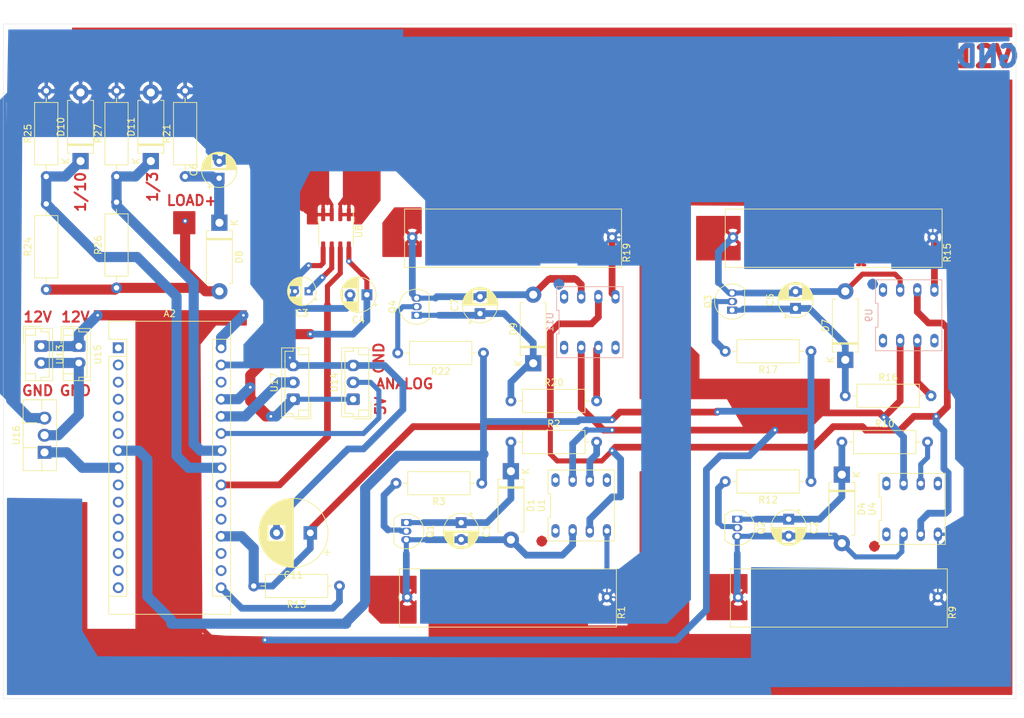
<source format=kicad_pcb>
(kicad_pcb (version 20171130) (host pcbnew "(5.1.6)-1")
  (layers (0 F.Cu signal hide) (31 B.Cu signal) (34 B.Paste user hide) (35 F.Paste user) (36 B.SilkS user) (37 F.SilkS user) (38 B.Mask user hide) (39 F.Mask user) (44 Edge.Cuts user))
  (net 0 "")
  (net 1 "Net-(C1-Pad2)")
  (net 2 "Net-(C1-Pad1)")
  (net 3 "Net-(C2-Pad2)")
  (net 4 "Net-(C2-Pad1)")
  (net 5 GND)
  (net 6 "Net-(C3-Pad1)")
  (net 7 "Net-(C5-Pad2)")
  (net 8 "Net-(C5-Pad1)")
  (net 9 "Net-(C6-Pad1)")
  (net 10 "Net-(C7-Pad2)")
  (net 11 "Net-(C7-Pad1)")
  (net 12 INPUT_+)
  (net 13 12V)
  (net 14 LOAD_+)
  (net 15 "Net-(Q1-Pad2)")
  (net 16 "Net-(Q2-Pad2)")
  (net 17 "Net-(Q3-Pad2)")
  (net 18 "Net-(Q4-Pad2)")
  (net 19 "Net-(R2-Pad2)")
  (net 20 D4)
  (net 21 "Net-(R10-Pad2)")
  (net 22 D2)
  (net 23 "Net-(R16-Pad2)")
  (net 24 "Net-(R20-Pad2)")
  (net 25 "Net-(U1-Pad5)")
  (net 26 V_REF)
  (net 27 "Net-(U1-Pad1)")
  (net 28 "Net-(U1-Pad8)")
  (net 29 D3)
  (net 30 "Net-(U4-Pad5)")
  (net 31 "Net-(U4-Pad1)")
  (net 32 "Net-(U4-Pad8)")
  (net 33 "Net-(U9-Pad5)")
  (net 34 "Net-(U9-Pad1)")
  (net 35 "Net-(U9-Pad8)")
  (net 36 "Net-(U11-Pad5)")
  (net 37 "Net-(U11-Pad1)")
  (net 38 "Net-(U11-Pad8)")
  (net 39 "Net-(U13-Pad2)")
  (net 40 D5)
  (net 41 5V_ard)
  (net 42 "Net-(A2-Pad16)")
  (net 43 "Net-(A2-Pad15)")
  (net 44 "Net-(A2-Pad14)")
  (net 45 "Net-(A2-Pad13)")
  (net 46 "Net-(A2-Pad28)")
  (net 47 "Net-(A2-Pad12)")
  (net 48 "Net-(A2-Pad11)")
  (net 49 "Net-(A2-Pad10)")
  (net 50 "Net-(A2-Pad9)")
  (net 51 "Net-(A2-Pad21)")
  (net 52 "Net-(A2-Pad20)")
  (net 53 "Net-(A2-Pad3)")
  (net 54 "Net-(A2-Pad18)")
  (net 55 "Net-(A2-Pad2)")
  (net 56 "Net-(A2-Pad17)")
  (net 57 "Net-(A2-Pad1)")
  (net 58 T1)
  (net 59 T2)
  (net 60 V_read_10)
  (net 61 V_read_3)
  (net 62 "Net-(D3-Pad1)")
  (net 63 CURRENT)
  (module Capacitor_THT:CP_Radial_D5.0mm_P2.50mm (layer F.Cu) (at 157.186 53.086 90)
    (fp_text reference C6 (at 1.25 -3.75 90) (layer F.SilkS))
    (fp_text value 100uF)
    (pad 2 thru_hole circle (at 2.5 0 90) (size 1.6 1.6) (drill 0.8) (layers *.Cu *.Mask) (net 5 GND))
    (pad 1 thru_hole rect (at 0 0 90) (size 1.6 1.6) (drill 0.8) (layers *.Cu *.Mask) (net 9 "Net-(C6-Pad1)"))
  )
  (module Resistor_THT:R_Axial_DIN0309_L9.0mm_D3.2mm_P12.70mm_Horizontal (layer F.Cu) (at 175.006 113.538 180)
    (fp_text reference R13 (at 6.35 -2.72) (layer F.SilkS))
    (fp_text value 100k)
    (pad 2 thru_hole oval (at 12.7 0 180) (size 1.6 1.6) (drill 0.8) (layers *.Cu *.Mask) (net 26 V_REF))
    (pad 1 thru_hole circle (at 0 0 180) (size 1.6 1.6) (drill 0.8) (layers *.Cu *.Mask) (net 42 "Net-(A2-Pad16)"))
  )
  (module Capacitor_THT:CP_Radial_D10.0mm_P5.00mm (layer F.Cu) (at 170.688 105.664 180)
    (fp_text reference C11 (at 2.5 -6.25) (layer F.SilkS))
    (fp_text value 10uf)
    (pad 2 thru_hole circle (at 5 0 180) (size 2 2) (drill 1) (layers *.Cu *.Mask) (net 5 GND))
    (pad 1 thru_hole rect (at 0 0 180) (size 2 2) (drill 1) (layers *.Cu *.Mask) (net 26 V_REF))
  )
  (module Module:Arduino_Nano (layer F.Cu) (at 142.24 78.232)
    (fp_text reference A2 (at 7.62 -5.08) (layer F.SilkS))
    (fp_text value Arduino_Nano_v2.x)
    (pad 16 thru_hole oval (at 15.24 35.56) (size 1.6 1.6) (drill 1) (layers *.Cu *.Mask) (net 42 "Net-(A2-Pad16)"))
    (pad 15 thru_hole oval (at 0 35.56) (size 1.6 1.6) (drill 1) (layers *.Cu *.Mask) (net 43 "Net-(A2-Pad15)"))
    (pad 30 thru_hole oval (at 15.24 0) (size 1.6 1.6) (drill 1) (layers *.Cu *.Mask) (net 13 12V))
    (pad 14 thru_hole oval (at 0 33.02) (size 1.6 1.6) (drill 1) (layers *.Cu *.Mask) (net 44 "Net-(A2-Pad14)"))
    (pad 29 thru_hole oval (at 15.24 2.54) (size 1.6 1.6) (drill 1) (layers *.Cu *.Mask) (net 5 GND))
    (pad 13 thru_hole oval (at 0 30.48) (size 1.6 1.6) (drill 1) (layers *.Cu *.Mask) (net 45 "Net-(A2-Pad13)"))
    (pad 28 thru_hole oval (at 15.24 5.08) (size 1.6 1.6) (drill 1) (layers *.Cu *.Mask) (net 46 "Net-(A2-Pad28)"))
    (pad 12 thru_hole oval (at 0 27.94) (size 1.6 1.6) (drill 1) (layers *.Cu *.Mask) (net 47 "Net-(A2-Pad12)"))
    (pad 27 thru_hole oval (at 15.24 7.62) (size 1.6 1.6) (drill 1) (layers *.Cu *.Mask) (net 41 5V_ard))
    (pad 11 thru_hole oval (at 0 25.4) (size 1.6 1.6) (drill 1) (layers *.Cu *.Mask) (net 48 "Net-(A2-Pad11)"))
    (pad 26 thru_hole oval (at 15.24 10.16) (size 1.6 1.6) (drill 1) (layers *.Cu *.Mask) (net 59 T2))
    (pad 10 thru_hole oval (at 0 22.86) (size 1.6 1.6) (drill 1) (layers *.Cu *.Mask) (net 49 "Net-(A2-Pad10)"))
    (pad 25 thru_hole oval (at 15.24 12.7) (size 1.6 1.6) (drill 1) (layers *.Cu *.Mask) (net 58 T1))
    (pad 9 thru_hole oval (at 0 20.32) (size 1.6 1.6) (drill 1) (layers *.Cu *.Mask) (net 50 "Net-(A2-Pad9)"))
    (pad 24 thru_hole oval (at 15.24 15.24) (size 1.6 1.6) (drill 1) (layers *.Cu *.Mask) (net 61 V_read_3))
    (pad 8 thru_hole oval (at 0 17.78) (size 1.6 1.6) (drill 1) (layers *.Cu *.Mask) (net 40 D5))
    (pad 23 thru_hole oval (at 15.24 17.78) (size 1.6 1.6) (drill 1) (layers *.Cu *.Mask) (net 60 V_read_10))
    (pad 7 thru_hole oval (at 0 15.24) (size 1.6 1.6) (drill 1) (layers *.Cu *.Mask) (net 20 D4))
    (pad 22 thru_hole oval (at 15.24 20.32) (size 1.6 1.6) (drill 1) (layers *.Cu *.Mask) (net 63 CURRENT))
    (pad 6 thru_hole oval (at 0 12.7) (size 1.6 1.6) (drill 1) (layers *.Cu *.Mask) (net 29 D3))
    (pad 21 thru_hole oval (at 15.24 22.86) (size 1.6 1.6) (drill 1) (layers *.Cu *.Mask) (net 51 "Net-(A2-Pad21)"))
    (pad 5 thru_hole oval (at 0 10.16) (size 1.6 1.6) (drill 1) (layers *.Cu *.Mask) (net 22 D2))
    (pad 20 thru_hole oval (at 15.24 25.4) (size 1.6 1.6) (drill 1) (layers *.Cu *.Mask) (net 52 "Net-(A2-Pad20)"))
    (pad 4 thru_hole oval (at 0 7.62) (size 1.6 1.6) (drill 1) (layers *.Cu *.Mask) (net 5 GND))
    (pad 19 thru_hole oval (at 15.24 27.94) (size 1.6 1.6) (drill 1) (layers *.Cu *.Mask) (net 26 V_REF))
    (pad 3 thru_hole oval (at 0 5.08) (size 1.6 1.6) (drill 1) (layers *.Cu *.Mask) (net 53 "Net-(A2-Pad3)"))
    (pad 18 thru_hole oval (at 15.24 30.48) (size 1.6 1.6) (drill 1) (layers *.Cu *.Mask) (net 54 "Net-(A2-Pad18)"))
    (pad 2 thru_hole oval (at 0 2.54) (size 1.6 1.6) (drill 1) (layers *.Cu *.Mask) (net 55 "Net-(A2-Pad2)"))
    (pad 17 thru_hole oval (at 15.24 33.02) (size 1.6 1.6) (drill 1) (layers *.Cu *.Mask) (net 56 "Net-(A2-Pad17)"))
    (pad 1 thru_hole rect (at 0 0) (size 1.6 1.6) (drill 1) (layers *.Cu *.Mask) (net 57 "Net-(A2-Pad1)"))
  )
  (module Connector_JST:JST_EH_B3B-EH-A_1x03_P2.50mm_Vertical (layer F.Cu) (at 168.148 85.852 90)
    (fp_text reference U17 (at 2.5 -2.8 90) (layer F.SilkS))
    (fp_text value LM35-LP)
    (pad 3 thru_hole oval (at 5 0 90) (size 1.7 1.95) (drill 0.95) (layers *.Cu *.Mask) (net 5 GND))
    (pad 2 thru_hole oval (at 2.5 0 90) (size 1.7 1.95) (drill 0.95) (layers *.Cu *.Mask) (net 59 T2))
    (pad 1 thru_hole roundrect (at 0 0 90) (size 1.7 1.95) (drill 0.95) (layers *.Cu *.Mask) (roundrect_rratio 0.147059) (net 41 5V_ard))
  )
  (module Package_TO_SOT_THT:TO-220F-3_Vertical (layer F.Cu) (at 131.318 93.726 90)
    (fp_text reference U16 (at 2.54 -4.1675 90) (layer F.SilkS))
    (fp_text value IRFZ44N)
    (pad 3 thru_hole oval (at 5.08 0 90) (size 1.905 2) (drill 1.2) (layers *.Cu *.Mask) (net 5 GND))
    (pad 2 thru_hole oval (at 2.54 0 90) (size 1.905 2) (drill 1.2) (layers *.Cu *.Mask) (net 39 "Net-(U13-Pad2)"))
    (pad 1 thru_hole rect (at 0 0 90) (size 1.905 2) (drill 1.2) (layers *.Cu *.Mask) (net 40 D5))
  )
  (module Connector_JST:JST_EH_B2B-EH-A_1x02_P2.50mm_Vertical (layer F.Cu) (at 136.398 77.978 270)
    (fp_text reference U15 (at 1.25 -2.8 90) (layer F.SilkS))
    (fp_text value fan)
    (pad 2 thru_hole oval (at 2.5 0 270) (size 1.7 2) (drill 1) (layers *.Cu *.Mask) (net 39 "Net-(U13-Pad2)"))
    (pad 1 thru_hole roundrect (at 0 0 270) (size 1.7 2) (drill 1) (layers *.Cu *.Mask) (roundrect_rratio 0.147059) (net 13 12V))
  )
  (module Connector_JST:JST_EH_B3B-EH-A_1x03_P2.50mm_Vertical (layer F.Cu) (at 177.038 85.852 90)
    (fp_text reference U14 (at 2.5 -2.8 90) (layer F.SilkS))
    (fp_text value LM35-LP)
    (pad 3 thru_hole oval (at 5 0 90) (size 1.7 1.95) (drill 0.95) (layers *.Cu *.Mask) (net 5 GND))
    (pad 2 thru_hole oval (at 2.5 0 90) (size 1.7 1.95) (drill 0.95) (layers *.Cu *.Mask) (net 58 T1))
    (pad 1 thru_hole roundrect (at 0 0 90) (size 1.7 1.95) (drill 0.95) (layers *.Cu *.Mask) (roundrect_rratio 0.147059) (net 41 5V_ard))
  )
  (module Connector_JST:JST_EH_B2B-EH-A_1x02_P2.50mm_Vertical (layer F.Cu) (at 130.81 77.978 270)
    (fp_text reference U13 (at 1.25 -2.8 90) (layer F.SilkS))
    (fp_text value fan)
    (pad 2 thru_hole oval (at 2.5 0 270) (size 1.7 2) (drill 1) (layers *.Cu *.Mask) (net 39 "Net-(U13-Pad2)"))
    (pad 1 thru_hole roundrect (at 0 0 270) (size 1.7 2) (drill 1) (layers *.Cu *.Mask) (roundrect_rratio 0.147059) (net 13 12V))
  )
  (module erdem_lib:DIP-8_296_ELL (layer B.Cu) (at 212.09 74.422)
    (fp_text reference U11 (at -5.91 0 -90) (layer B.SilkS) (effects (justify mirror)))
    (fp_text value LM741)
    (pad 4 thru_hole oval (at 3.81 -3.76) (size 1.2 2) (drill 0.8) (layers *.Cu *.Mask) (net 5 GND))
    (pad 5 thru_hole oval (at 3.81 3.76) (size 1.2 2) (drill 0.8) (layers *.Cu *.Mask) (net 36 "Net-(U11-Pad5)"))
    (pad 3 thru_hole oval (at 1.27 -3.76) (size 1.2 2) (drill 0.8) (layers *.Cu *.Mask) (net 26 V_REF))
    (pad 6 thru_hole oval (at 1.27 3.76) (size 1.2 2) (drill 0.8) (layers *.Cu *.Mask) (net 24 "Net-(R20-Pad2)"))
    (pad 2 thru_hole oval (at -1.27 -3.76) (size 1.2 2) (drill 0.8) (layers *.Cu *.Mask) (net 10 "Net-(C7-Pad2)"))
    (pad 7 thru_hole oval (at -1.27 3.76) (size 1.2 2) (drill 0.8) (layers *.Cu *.Mask) (net 13 12V))
    (pad 1 thru_hole oval (at -3.81 -3.76) (size 1.2 2) (drill 0.8) (layers *.Cu *.Mask) (net 37 "Net-(U11-Pad1)"))
    (pad 8 thru_hole oval (at -3.81 3.76) (size 1.2 2) (drill 0.8) (layers *.Cu *.Mask) (net 38 "Net-(U11-Pad8)"))
  )
  (module erdem_lib:DIP-8_296_ELL (layer B.Cu) (at 259.334 73.406)
    (fp_text reference U9 (at -5.91 0 -90) (layer B.SilkS) (effects (justify mirror)))
    (fp_text value LM741)
    (pad 4 thru_hole oval (at 3.81 -3.76) (size 1.2 2) (drill 0.8) (layers *.Cu *.Mask) (net 5 GND))
    (pad 5 thru_hole oval (at 3.81 3.76) (size 1.2 2) (drill 0.8) (layers *.Cu *.Mask) (net 33 "Net-(U9-Pad5)"))
    (pad 3 thru_hole oval (at 1.27 -3.76) (size 1.2 2) (drill 0.8) (layers *.Cu *.Mask) (net 26 V_REF))
    (pad 6 thru_hole oval (at 1.27 3.76) (size 1.2 2) (drill 0.8) (layers *.Cu *.Mask) (net 23 "Net-(R16-Pad2)"))
    (pad 2 thru_hole oval (at -1.27 -3.76) (size 1.2 2) (drill 0.8) (layers *.Cu *.Mask) (net 7 "Net-(C5-Pad2)"))
    (pad 7 thru_hole oval (at -1.27 3.76) (size 1.2 2) (drill 0.8) (layers *.Cu *.Mask) (net 13 12V))
    (pad 1 thru_hole oval (at -3.81 -3.76) (size 1.2 2) (drill 0.8) (layers *.Cu *.Mask) (net 34 "Net-(U9-Pad1)"))
    (pad 8 thru_hole oval (at -3.81 3.76) (size 1.2 2) (drill 0.8) (layers *.Cu *.Mask) (net 35 "Net-(U9-Pad8)"))
  )
  (module Package_SO:SOIC-8_3.9x4.9mm_P1.27mm (layer F.Cu) (at 174.498 60.96 270)
    (fp_text reference U8 (at 0 -3.4 90) (layer F.SilkS))
    (fp_text value ACS712xLCTR-30A)
    (pad 8 smd roundrect (at 2.475 -1.905 270) (size 1.95 0.6) (layers F.Cu F.Paste F.Mask) (net 41 5V_ard))
    (pad 7 smd roundrect (at 2.475 -0.635 270) (size 1.95 0.6) (layers F.Cu F.Paste F.Mask) (net 63 CURRENT))
    (pad 6 smd roundrect (at 2.475 0.635 270) (size 1.95 0.6) (layers F.Cu F.Paste F.Mask) (net 6 "Net-(C3-Pad1)"))
    (pad 5 smd roundrect (at 2.475 1.905 270) (size 1.95 0.6) (layers F.Cu F.Paste F.Mask) (net 5 GND))
    (pad 4 smd roundrect (at -2.475 1.905 270) (size 1.95 0.6) (layers F.Cu F.Paste F.Mask) (net 62 "Net-(D3-Pad1)"))
    (pad 3 smd roundrect (at -2.475 0.635 270) (size 1.95 0.6) (layers F.Cu F.Paste F.Mask) (net 62 "Net-(D3-Pad1)"))
    (pad 2 smd roundrect (at -2.475 -0.635 270) (size 1.95 0.6) (layers F.Cu F.Paste F.Mask) (net 12 INPUT_+))
    (pad 1 smd roundrect (at -2.475 -1.905 270) (size 1.95 0.6) (layers F.Cu F.Paste F.Mask) (net 12 INPUT_+))
  )
  (module erdem_lib:DIP-8_296_ELL (layer F.Cu) (at 259.842 102.108)
    (fp_text reference U4 (at -5.91 0 90) (layer F.SilkS))
    (fp_text value LM741)
    (pad 4 thru_hole oval (at 3.81 3.76) (size 1.2 2) (drill 0.8) (layers *.Cu *.Mask) (net 5 GND))
    (pad 5 thru_hole oval (at 3.81 -3.76) (size 1.2 2) (drill 0.8) (layers *.Cu *.Mask) (net 30 "Net-(U4-Pad5)"))
    (pad 3 thru_hole oval (at 1.27 3.76) (size 1.2 2) (drill 0.8) (layers *.Cu *.Mask) (net 26 V_REF))
    (pad 6 thru_hole oval (at 1.27 -3.76) (size 1.2 2) (drill 0.8) (layers *.Cu *.Mask) (net 21 "Net-(R10-Pad2)"))
    (pad 2 thru_hole oval (at -1.27 3.76) (size 1.2 2) (drill 0.8) (layers *.Cu *.Mask) (net 3 "Net-(C2-Pad2)"))
    (pad 7 thru_hole oval (at -1.27 -3.76) (size 1.2 2) (drill 0.8) (layers *.Cu *.Mask) (net 13 12V))
    (pad 1 thru_hole oval (at -3.81 3.76) (size 1.2 2) (drill 0.8) (layers *.Cu *.Mask) (net 31 "Net-(U4-Pad1)"))
    (pad 8 thru_hole oval (at -3.81 -3.76) (size 1.2 2) (drill 0.8) (layers *.Cu *.Mask) (net 32 "Net-(U4-Pad8)"))
  )
  (module erdem_lib:DIP-8_296_ELL (layer F.Cu) (at 210.82 101.6)
    (fp_text reference U1 (at -5.91 0 90) (layer F.SilkS))
    (fp_text value LM741)
    (pad 4 thru_hole oval (at 3.81 3.76) (size 1.2 2) (drill 0.8) (layers *.Cu *.Mask) (net 5 GND))
    (pad 5 thru_hole oval (at 3.81 -3.76) (size 1.2 2) (drill 0.8) (layers *.Cu *.Mask) (net 25 "Net-(U1-Pad5)"))
    (pad 3 thru_hole oval (at 1.27 3.76) (size 1.2 2) (drill 0.8) (layers *.Cu *.Mask) (net 26 V_REF))
    (pad 6 thru_hole oval (at 1.27 -3.76) (size 1.2 2) (drill 0.8) (layers *.Cu *.Mask) (net 19 "Net-(R2-Pad2)"))
    (pad 2 thru_hole oval (at -1.27 3.76) (size 1.2 2) (drill 0.8) (layers *.Cu *.Mask) (net 1 "Net-(C1-Pad2)"))
    (pad 7 thru_hole oval (at -1.27 -3.76) (size 1.2 2) (drill 0.8) (layers *.Cu *.Mask) (net 13 12V))
    (pad 1 thru_hole oval (at -3.81 3.76) (size 1.2 2) (drill 0.8) (layers *.Cu *.Mask) (net 27 "Net-(U1-Pad1)"))
    (pad 8 thru_hole oval (at -3.81 -3.76) (size 1.2 2) (drill 0.8) (layers *.Cu *.Mask) (net 28 "Net-(U1-Pad8)"))
  )
  (module Resistor_THT:R_Axial_DIN0309_L9.0mm_D3.2mm_P12.70mm_Horizontal (layer F.Cu) (at 141.986 52.832 90)
    (fp_text reference R27 (at 6.35 -2.72 90) (layer F.SilkS))
    (fp_text value 10k)
    (pad 2 thru_hole oval (at 12.7 0 90) (size 1.6 1.6) (drill 0.8) (layers *.Cu *.Mask) (net 5 GND))
    (pad 1 thru_hole circle (at 0 0 90) (size 1.6 1.6) (drill 0.8) (layers *.Cu *.Mask) (net 61 V_read_3))
  )
  (module Resistor_THT:R_Axial_DIN0309_L9.0mm_D3.2mm_P12.70mm_Horizontal (layer F.Cu) (at 141.986 69.342 90)
    (fp_text reference R26 (at 6.35 -2.72 90) (layer F.SilkS))
    (fp_text value 20k)
    (pad 2 thru_hole oval (at 12.7 0 90) (size 1.6 1.6) (drill 0.8) (layers *.Cu *.Mask) (net 61 V_read_3))
    (pad 1 thru_hole circle (at 0 0 90) (size 1.6 1.6) (drill 0.8) (layers *.Cu *.Mask) (net 14 LOAD_+))
  )
  (module Resistor_THT:R_Axial_DIN0309_L9.0mm_D3.2mm_P12.70mm_Horizontal (layer F.Cu) (at 131.572 52.832 90)
    (fp_text reference R25 (at 6.35 -2.72 90) (layer F.SilkS))
    (fp_text value 4k)
    (pad 2 thru_hole oval (at 12.7 0 90) (size 1.6 1.6) (drill 0.8) (layers *.Cu *.Mask) (net 5 GND))
    (pad 1 thru_hole circle (at 0 0 90) (size 1.6 1.6) (drill 0.8) (layers *.Cu *.Mask) (net 60 V_read_10))
  )
  (module Resistor_THT:R_Axial_DIN0309_L9.0mm_D3.2mm_P12.70mm_Horizontal (layer F.Cu) (at 131.572 69.596 90)
    (fp_text reference R24 (at 6.35 -2.72 90) (layer F.SilkS))
    (fp_text value 36k)
    (pad 2 thru_hole oval (at 12.7 0 90) (size 1.6 1.6) (drill 0.8) (layers *.Cu *.Mask) (net 60 V_read_10))
    (pad 1 thru_hole circle (at 0 0 90) (size 1.6 1.6) (drill 0.8) (layers *.Cu *.Mask) (net 14 LOAD_+))
  )
  (module Resistor_THT:R_Axial_DIN0309_L9.0mm_D3.2mm_P12.70mm_Horizontal (layer F.Cu) (at 196.342 78.994 180)
    (fp_text reference R22 (at 6.35 -2.72) (layer F.SilkS))
    (fp_text value 1k)
    (pad 2 thru_hole oval (at 12.7 0 180) (size 1.6 1.6) (drill 0.8) (layers *.Cu *.Mask) (net 18 "Net-(Q4-Pad2)"))
    (pad 1 thru_hole circle (at 0 0 180) (size 1.6 1.6) (drill 0.8) (layers *.Cu *.Mask) (net 20 D4))
  )
  (module Resistor_THT:R_Axial_DIN0309_L9.0mm_D3.2mm_P12.70mm_Horizontal (layer F.Cu) (at 152.146 52.832 90)
    (fp_text reference R21 (at 6.35 -2.72 90) (layer F.SilkS))
    (fp_text value 20k)
    (pad 2 thru_hole oval (at 12.7 0 90) (size 1.6 1.6) (drill 0.8) (layers *.Cu *.Mask) (net 5 GND))
    (pad 1 thru_hole circle (at 0 0 90) (size 1.6 1.6) (drill 0.8) (layers *.Cu *.Mask) (net 9 "Net-(C6-Pad1)"))
  )
  (module Resistor_THT:R_Axial_DIN0309_L9.0mm_D3.2mm_P12.70mm_Horizontal (layer F.Cu) (at 200.406 86.106)
    (fp_text reference R20 (at 6.35 -2.72) (layer F.SilkS))
    (fp_text value 330k)
    (pad 2 thru_hole oval (at 12.7 0) (size 1.6 1.6) (drill 0.8) (layers *.Cu *.Mask) (net 24 "Net-(R20-Pad2)"))
    (pad 1 thru_hole circle (at 0 0) (size 1.6 1.6) (drill 0.8) (layers *.Cu *.Mask) (net 11 "Net-(C7-Pad1)"))
  )
  (module erdem_lib:5W_tas (layer F.Cu) (at 201.422 61.976 90)
    (fp_text reference R19 (at -2.159 16.129 90) (layer F.SilkS))
    (fp_text value 0.1)
    (pad 2 thru_hole circle (at 0.127 13.97 90) (size 1.524 1.524) (drill 0.762) (layers *.Cu *.Mask) (net 5 GND))
    (pad 1 thru_hole circle (at 0.127 -15.621 90) (size 1.524 1.524) (drill 0.762) (layers *.Cu *.Mask) (net 10 "Net-(C7-Pad2)"))
  )
  (module Resistor_THT:R_Axial_DIN0309_L9.0mm_D3.2mm_P12.70mm_Horizontal (layer F.Cu) (at 244.856 78.74 180)
    (fp_text reference R17 (at 6.35 -2.72) (layer F.SilkS))
    (fp_text value 1k)
    (pad 2 thru_hole oval (at 12.7 0 180) (size 1.6 1.6) (drill 0.8) (layers *.Cu *.Mask) (net 17 "Net-(Q3-Pad2)"))
    (pad 1 thru_hole circle (at 0 0 180) (size 1.6 1.6) (drill 0.8) (layers *.Cu *.Mask) (net 20 D4))
  )
  (module Resistor_THT:R_Axial_DIN0309_L9.0mm_D3.2mm_P12.70mm_Horizontal (layer F.Cu) (at 249.936 85.344)
    (fp_text reference R16 (at 6.35 -2.72) (layer F.SilkS))
    (fp_text value 330k)
    (pad 2 thru_hole oval (at 12.7 0) (size 1.6 1.6) (drill 0.8) (layers *.Cu *.Mask) (net 23 "Net-(R16-Pad2)"))
    (pad 1 thru_hole circle (at 0 0) (size 1.6 1.6) (drill 0.8) (layers *.Cu *.Mask) (net 8 "Net-(C5-Pad1)"))
  )
  (module erdem_lib:5W_tas (layer F.Cu) (at 248.92 61.976 90)
    (fp_text reference R15 (at -2.159 16.129 90) (layer F.SilkS))
    (fp_text value 0.1)
    (pad 2 thru_hole circle (at 0.127 13.97 90) (size 1.524 1.524) (drill 0.762) (layers *.Cu *.Mask) (net 5 GND))
    (pad 1 thru_hole circle (at 0.127 -15.621 90) (size 1.524 1.524) (drill 0.762) (layers *.Cu *.Mask) (net 7 "Net-(C5-Pad2)"))
  )
  (module Resistor_THT:R_Axial_DIN0309_L9.0mm_D3.2mm_P12.70mm_Horizontal (layer F.Cu) (at 244.856 98.044 180)
    (fp_text reference R12 (at 6.35 -2.72) (layer F.SilkS))
    (fp_text value 1k)
    (pad 2 thru_hole oval (at 12.7 0 180) (size 1.6 1.6) (drill 0.8) (layers *.Cu *.Mask) (net 16 "Net-(Q2-Pad2)"))
    (pad 1 thru_hole circle (at 0 0 180) (size 1.6 1.6) (drill 0.8) (layers *.Cu *.Mask) (net 20 D4))
  )
  (module Resistor_THT:R_Axial_DIN0309_L9.0mm_D3.2mm_P12.70mm_Horizontal (layer F.Cu) (at 249.428 92.202)
    (fp_text reference R10 (at 6.35 -2.72) (layer F.SilkS))
    (fp_text value 330k)
    (pad 2 thru_hole oval (at 12.7 0) (size 1.6 1.6) (drill 0.8) (layers *.Cu *.Mask) (net 21 "Net-(R10-Pad2)"))
    (pad 1 thru_hole circle (at 0 0) (size 1.6 1.6) (drill 0.8) (layers *.Cu *.Mask) (net 4 "Net-(C2-Pad1)"))
  )
  (module erdem_lib:5W_tas (layer F.Cu) (at 249.682 115.316 90)
    (fp_text reference R9 (at -2.159 16.129 90) (layer F.SilkS))
    (fp_text value 0.1)
    (pad 2 thru_hole circle (at 0.127 13.97 90) (size 1.524 1.524) (drill 0.762) (layers *.Cu *.Mask) (net 5 GND))
    (pad 1 thru_hole circle (at 0.127 -15.621 90) (size 1.524 1.524) (drill 0.762) (layers *.Cu *.Mask) (net 3 "Net-(C2-Pad2)"))
  )
  (module Resistor_THT:R_Axial_DIN0309_L9.0mm_D3.2mm_P12.70mm_Horizontal (layer F.Cu) (at 196.088 98.298 180)
    (fp_text reference R3 (at 6.35 -2.72) (layer F.SilkS))
    (fp_text value 1k)
    (pad 2 thru_hole oval (at 12.7 0 180) (size 1.6 1.6) (drill 0.8) (layers *.Cu *.Mask) (net 15 "Net-(Q1-Pad2)"))
    (pad 1 thru_hole circle (at 0 0 180) (size 1.6 1.6) (drill 0.8) (layers *.Cu *.Mask) (net 20 D4))
  )
  (module Resistor_THT:R_Axial_DIN0309_L9.0mm_D3.2mm_P12.70mm_Horizontal (layer F.Cu) (at 200.406 92.202)
    (fp_text reference R2 (at 6.35 -2.72) (layer F.SilkS))
    (fp_text value 330k)
    (pad 2 thru_hole oval (at 12.7 0) (size 1.6 1.6) (drill 0.8) (layers *.Cu *.Mask) (net 19 "Net-(R2-Pad2)"))
    (pad 1 thru_hole circle (at 0 0) (size 1.6 1.6) (drill 0.8) (layers *.Cu *.Mask) (net 2 "Net-(C1-Pad1)"))
  )
  (module erdem_lib:5W_tas (layer F.Cu) (at 200.66 115.316 90)
    (fp_text reference R1 (at -2.159 16.129 90) (layer F.SilkS))
    (fp_text value 0.1)
    (pad 2 thru_hole circle (at 0.127 13.97 90) (size 1.524 1.524) (drill 0.762) (layers *.Cu *.Mask) (net 5 GND))
    (pad 1 thru_hole circle (at 0.127 -15.621 90) (size 1.524 1.524) (drill 0.762) (layers *.Cu *.Mask) (net 1 "Net-(C1-Pad2)"))
  )
  (module Package_TO_SOT_THT:TO-92_Inline (layer F.Cu) (at 186.436 73.406 90)
    (fp_text reference Q4 (at 1.27 -3.56 90) (layer F.SilkS))
    (fp_text value BC547)
    (pad 1 thru_hole rect (at 0 0 90) (size 1.05 1.5) (drill 0.75) (layers *.Cu *.Mask) (net 11 "Net-(C7-Pad1)"))
    (pad 3 thru_hole oval (at 2.54 0 90) (size 1.05 1.5) (drill 0.75) (layers *.Cu *.Mask) (net 10 "Net-(C7-Pad2)"))
    (pad 2 thru_hole oval (at 1.27 0 90) (size 1.05 1.5) (drill 0.75) (layers *.Cu *.Mask) (net 18 "Net-(Q4-Pad2)"))
  )
  (module Package_TO_SOT_THT:TO-92_Inline (layer F.Cu) (at 233.172 72.644 90)
    (fp_text reference Q3 (at 1.27 -3.56 90) (layer F.SilkS))
    (fp_text value BC547)
    (pad 1 thru_hole rect (at 0 0 90) (size 1.05 1.5) (drill 0.75) (layers *.Cu *.Mask) (net 8 "Net-(C5-Pad1)"))
    (pad 3 thru_hole oval (at 2.54 0 90) (size 1.05 1.5) (drill 0.75) (layers *.Cu *.Mask) (net 7 "Net-(C5-Pad2)"))
    (pad 2 thru_hole oval (at 1.27 0 90) (size 1.05 1.5) (drill 0.75) (layers *.Cu *.Mask) (net 17 "Net-(Q3-Pad2)"))
  )
  (module Package_TO_SOT_THT:TO-92_Inline (layer F.Cu) (at 233.934 103.632 270)
    (fp_text reference Q2 (at 1.27 -3.56 90) (layer F.SilkS))
    (fp_text value BC547)
    (pad 1 thru_hole rect (at 0 0 270) (size 1.05 1.5) (drill 0.75) (layers *.Cu *.Mask) (net 4 "Net-(C2-Pad1)"))
    (pad 3 thru_hole oval (at 2.54 0 270) (size 1.05 1.5) (drill 0.75) (layers *.Cu *.Mask) (net 3 "Net-(C2-Pad2)"))
    (pad 2 thru_hole oval (at 1.27 0 270) (size 1.05 1.5) (drill 0.75) (layers *.Cu *.Mask) (net 16 "Net-(Q2-Pad2)"))
  )
  (module Package_TO_SOT_THT:TO-92_Inline (layer F.Cu) (at 184.912 104.14 270)
    (fp_text reference Q1 (at 1.27 -3.56 90) (layer F.SilkS))
    (fp_text value BC547)
    (pad 1 thru_hole rect (at 0 0 270) (size 1.05 1.5) (drill 0.75) (layers *.Cu *.Mask) (net 2 "Net-(C1-Pad1)"))
    (pad 3 thru_hole oval (at 2.54 0 270) (size 1.05 1.5) (drill 0.75) (layers *.Cu *.Mask) (net 1 "Net-(C1-Pad2)"))
    (pad 2 thru_hole oval (at 1.27 0 270) (size 1.05 1.5) (drill 0.75) (layers *.Cu *.Mask) (net 15 "Net-(Q1-Pad2)"))
  )
  (module Diode_THT:D_DO-15_P10.16mm_Horizontal (layer F.Cu) (at 147.066 50.546 90)
    (fp_text reference D11 (at 5.08 -2.92 90) (layer F.SilkS))
    (fp_text value 6.2V)
    (fp_text user K (at 0 -2.2 90) (layer F.SilkS))
    (pad 2 thru_hole oval (at 10.16 0 90) (size 2.4 2.4) (drill 1.2) (layers *.Cu *.Mask) (net 5 GND))
    (pad 1 thru_hole rect (at 0 0 90) (size 2.4 2.4) (drill 1.2) (layers *.Cu *.Mask) (net 61 V_read_3))
  )
  (module Diode_THT:D_DO-15_P10.16mm_Horizontal (layer F.Cu) (at 136.652 50.546 90)
    (fp_text reference D10 (at 5.08 -2.92 90) (layer F.SilkS))
    (fp_text value 6.2V)
    (fp_text user K (at 0 -2.2 90) (layer F.SilkS))
    (pad 2 thru_hole oval (at 10.16 0 90) (size 2.4 2.4) (drill 1.2) (layers *.Cu *.Mask) (net 5 GND))
    (pad 1 thru_hole rect (at 0 0 90) (size 2.4 2.4) (drill 1.2) (layers *.Cu *.Mask) (net 60 V_read_10))
  )
  (module Diode_THT:D_DO-15_P10.16mm_Horizontal (layer F.Cu) (at 203.708 80.518 90)
    (fp_text reference D9 (at 5.08 -2.92 90) (layer F.SilkS))
    (fp_text value 6.8)
    (fp_text user K (at 0 -2.2 90) (layer F.SilkS))
    (pad 2 thru_hole oval (at 10.16 0 90) (size 2.4 2.4) (drill 1.2) (layers *.Cu *.Mask) (net 10 "Net-(C7-Pad2)"))
    (pad 1 thru_hole rect (at 0 0 90) (size 2.4 2.4) (drill 1.2) (layers *.Cu *.Mask) (net 11 "Net-(C7-Pad1)"))
  )
  (module Diode_THT:D_DO-15_P10.16mm_Horizontal (layer F.Cu) (at 157.226 59.69 270)
    (fp_text reference D8 (at 5.08 -2.92 90) (layer F.SilkS))
    (fp_text value D)
    (fp_text user K (at 0 -2.2 90) (layer F.SilkS))
    (pad 2 thru_hole oval (at 10.16 0 270) (size 2.4 2.4) (drill 1.2) (layers *.Cu *.Mask) (net 14 LOAD_+))
    (pad 1 thru_hole rect (at 0 0 270) (size 2.4 2.4) (drill 1.2) (layers *.Cu *.Mask) (net 9 "Net-(C6-Pad1)"))
  )
  (module Diode_THT:D_DO-15_P10.16mm_Horizontal (layer F.Cu) (at 249.936 80.01 90)
    (fp_text reference D7 (at 5.08 -2.92 90) (layer F.SilkS))
    (fp_text value 6.8)
    (fp_text user K (at 0 -2.2 90) (layer F.SilkS))
    (pad 2 thru_hole oval (at 10.16 0 90) (size 2.4 2.4) (drill 1.2) (layers *.Cu *.Mask) (net 7 "Net-(C5-Pad2)"))
    (pad 1 thru_hole rect (at 0 0 90) (size 2.4 2.4) (drill 1.2) (layers *.Cu *.Mask) (net 8 "Net-(C5-Pad1)"))
  )
  (module Diode_THT:D_DO-15_P10.16mm_Horizontal (layer F.Cu) (at 249.428 97.028 270)
    (fp_text reference D4 (at 5.08 -2.92 90) (layer F.SilkS))
    (fp_text value 6.8)
    (fp_text user K (at 0 -2.2 90) (layer F.SilkS))
    (pad 2 thru_hole oval (at 10.16 0 270) (size 2.4 2.4) (drill 1.2) (layers *.Cu *.Mask) (net 3 "Net-(C2-Pad2)"))
    (pad 1 thru_hole rect (at 0 0 270) (size 2.4 2.4) (drill 1.2) (layers *.Cu *.Mask) (net 4 "Net-(C2-Pad1)"))
  )
  (module Diode_THT:D_DO-15_P10.16mm_Horizontal (layer F.Cu) (at 200.406 96.52 270)
    (fp_text reference D1 (at 5.08 -2.92 90) (layer F.SilkS))
    (fp_text value 6.8)
    (fp_text user K (at 0 -2.2 90) (layer F.SilkS))
    (pad 2 thru_hole oval (at 10.16 0 270) (size 2.4 2.4) (drill 1.2) (layers *.Cu *.Mask) (net 1 "Net-(C1-Pad2)"))
    (pad 1 thru_hole rect (at 0 0 270) (size 2.4 2.4) (drill 1.2) (layers *.Cu *.Mask) (net 2 "Net-(C1-Pad1)"))
  )
  (module Capacitor_THT:CP_Radial_D5.0mm_P2.50mm (layer F.Cu) (at 195.834 73.152 90)
    (fp_text reference C7 (at 1.25 -3.75 90) (layer F.SilkS))
    (fp_text value 20uF)
    (pad 2 thru_hole circle (at 2.5 0 90) (size 1.6 1.6) (drill 0.8) (layers *.Cu *.Mask) (net 10 "Net-(C7-Pad2)"))
    (pad 1 thru_hole rect (at 0 0 90) (size 1.6 1.6) (drill 0.8) (layers *.Cu *.Mask) (net 11 "Net-(C7-Pad1)"))
  )
  (module Capacitor_THT:CP_Radial_D5.0mm_P2.50mm (layer F.Cu) (at 242.57 72.39 90)
    (fp_text reference C5 (at 1.25 -3.75 90) (layer F.SilkS))
    (fp_text value 20uF)
    (pad 2 thru_hole circle (at 2.5 0 90) (size 1.6 1.6) (drill 0.8) (layers *.Cu *.Mask) (net 7 "Net-(C5-Pad2)"))
    (pad 1 thru_hole rect (at 0 0 90) (size 1.6 1.6) (drill 0.8) (layers *.Cu *.Mask) (net 8 "Net-(C5-Pad1)"))
  )
  (module Capacitor_THT:CP_Radial_D5.0mm_P2.50mm (layer F.Cu) (at 179.07 70.358 180)
    (fp_text reference C4 (at 1.25 -3.75) (layer F.SilkS))
    (fp_text value 0.1uF)
    (pad 2 thru_hole circle (at 2.5 0 180) (size 1.6 1.6) (drill 0.8) (layers *.Cu *.Mask) (net 5 GND))
    (pad 1 thru_hole rect (at 0 0 180) (size 1.6 1.6) (drill 0.8) (layers *.Cu *.Mask) (net 41 5V_ard))
  )
  (module Capacitor_THT:CP_Radial_D4.0mm_P2.00mm (layer F.Cu) (at 170.434 69.85 180)
    (fp_text reference C3 (at 1 -3.25) (layer F.SilkS))
    (fp_text value 1nF)
    (pad 2 thru_hole circle (at 2 0 180) (size 1.2 1.2) (drill 0.6) (layers *.Cu *.Mask) (net 5 GND))
    (pad 1 thru_hole rect (at 0 0 180) (size 1.2 1.2) (drill 0.6) (layers *.Cu *.Mask) (net 6 "Net-(C3-Pad1)"))
  )
  (module Capacitor_THT:CP_Radial_D5.0mm_P2.50mm (layer F.Cu) (at 241.554 103.632 270)
    (fp_text reference C2 (at 1.25 -3.75 90) (layer F.SilkS))
    (fp_text value 20uF)
    (pad 2 thru_hole circle (at 2.5 0 270) (size 1.6 1.6) (drill 0.8) (layers *.Cu *.Mask) (net 3 "Net-(C2-Pad2)"))
    (pad 1 thru_hole rect (at 0 0 270) (size 1.6 1.6) (drill 0.8) (layers *.Cu *.Mask) (net 4 "Net-(C2-Pad1)"))
  )
  (module Capacitor_THT:CP_Radial_D5.0mm_P2.50mm (layer F.Cu) (at 193.04 104.14 270)
    (fp_text reference C1 (at 1.25 -3.75 90) (layer F.SilkS))
    (fp_text value 20uF)
    (pad 2 thru_hole circle (at 2.5 0 270) (size 1.6 1.6) (drill 0.8) (layers *.Cu *.Mask) (net 1 "Net-(C1-Pad2)"))
    (pad 1 thru_hole rect (at 0 0 270) (size 1.6 1.6) (drill 0.8) (layers *.Cu *.Mask) (net 2 "Net-(C1-Pad1)"))
  )
  (gr_text 1/10 (at 136.652 55.118 90) (layer F.Cu) (effects (font (size 1.5 1.5) (thickness 0.3))))
  (gr_text "1/3\n" (at 147.32 54.356 90) (layer F.Cu) (effects (font (size 1.5 1.5) (thickness 0.3))))
  (gr_line (start 125.222 30.226) (end 125.222 130.226) (layer Edge.Cuts) (width 0.05))
  (gr_line (start 275.222 130.226) (end 125.222 130.226) (layer Edge.Cuts) (width 0.05))
  (gr_line (start 275.222 30.226) (end 275.222 130.226) (layer Edge.Cuts) (width 0.05))
  (gr_line (start 125.222 30.226) (end 275.222 30.226) (layer Edge.Cuts) (width 0.05))
  (gr_text Snubber (at 157.226 43.942 90) (layer F.Cu) (effects (font (size 1.5 1.5) (thickness 0.3))))
  (gr_text GND (at 271.018 35.052) (layer B.Cu) (effects (font (size 3 3) (thickness 0.75)) (justify mirror)))
  (gr_text 12V (at 270.51 35.052) (layer F.Cu) (effects (font (size 3 3) (thickness 0.75))))
  (gr_text "TO_RELAY\n" (at 169.164 42.418) (layer F.Cu) (effects (font (size 1.5 1.5) (thickness 0.3))))
  (gr_text "INPUT +" (at 180.086 48.514) (layer F.Cu) (effects (font (size 1.5 1.5) (thickness 0.3))))
  (gr_text "MOS_GND\n" (at 191.516 65.278) (layer F.Cu) (effects (font (size 1 1))))
  (gr_text "MOS_GND\n" (at 239.014 65.532) (layer F.Cu) (effects (font (size 1 1))))
  (gr_text "MOS_GND\n" (at 240.03 112.268) (layer F.Cu) (effects (font (size 1 1))))
  (gr_text "MOS_GND\n" (at 190.5 112.014) (layer F.Cu) (effects (font (size 1 1))))
  (gr_text "GND\n" (at 265.938 115.062 90) (layer F.Cu) (effects (font (size 1 1))))
  (gr_text "GND\n" (at 216.408 115.062 90) (layer F.Cu) (effects (font (size 1 1))))
  (gr_text "GND\n" (at 265.43 61.468 90) (layer F.Cu) (effects (font (size 1 1))))
  (gr_text "GND\n" (at 217.424 61.722 90) (layer F.Cu) (effects (font (size 1 1))))
  (gr_text • (at 207.518 68.58) (layer B.Cu) (effects (font (size 3 3) (thickness 0.75)) (justify mirror)))
  (gr_text • (at 254 68.58) (layer B.Cu) (effects (font (size 3 3) (thickness 0.75)) (justify mirror)))
  (gr_text • (at 254.254 107.442) (layer F.Cu) (effects (font (size 3 3) (thickness 0.75))))
  (gr_text • (at 204.978 106.68) (layer F.Cu) (effects (font (size 3 3) (thickness 0.75))))
  (gr_text "LOAD+\n" (at 153.162 56.388) (layer F.Cu) (effects (font (size 1.5 1.5) (thickness 0.3))))
  (gr_text "0.1 Ω\n" (at 250.952 112.522) (layer F.Cu) (effects (font (size 1.5 1.5) (thickness 0.375))))
  (gr_text "0.1 Ω\n" (at 201.168 112.268) (layer F.Cu) (effects (font (size 1.5 1.5) (thickness 0.375))))
  (gr_text "0.1 Ω\n" (at 249.936 65.278) (layer F.Cu) (effects (font (size 1.5 1.5) (thickness 0.375))))
  (gr_text "0.1 Ω\n" (at 201.93 64.77) (layer F.Cu) (effects (font (size 1.5 1.5) (thickness 0.375))))
  (gr_text "GND\n" (at 180.848 79.756 90) (layer F.Cu) (effects (font (size 1.5 1.5) (thickness 0.3))))
  (gr_text "ANALOG\n" (at 184.658 83.566) (layer F.Cu) (effects (font (size 1.5 1.5) (thickness 0.3))))
  (gr_text "5V\n" (at 181.102 86.868 90) (layer F.Cu) (effects (font (size 1.5 1.5) (thickness 0.3))))
  (gr_text "GND\n" (at 135.89 84.582) (layer F.Cu) (effects (font (size 1.5 1.5) (thickness 0.3))))
  (gr_text 12V (at 135.89 73.66) (layer F.Cu) (effects (font (size 1.5 1.5) (thickness 0.3))))
  (gr_text "GND\n" (at 130.302 84.582) (layer F.Cu) (effects (font (size 1.5 1.5) (thickness 0.3))))
  (gr_text 12V (at 130.302 73.66) (layer F.Cu) (effects (font (size 1.5 1.5) (thickness 0.3))))
  (segment (start 193 106.68) (end 193.04 106.64) (width 0.25) (layer B.Cu) (net 1))
  (segment (start 200.366 106.64) (end 200.406 106.68) (width 0.25) (layer B.Cu) (net 1))
  (segment (start 193.04 106.64) (end 200.366 106.64) (width 0.25) (layer B.Cu) (net 1))
  (segment (start 200.406 106.68) (end 184.912 106.68) (width 0.75) (layer B.Cu) (net 1))
  (segment (start 184.912 115.062) (end 185.039 115.189) (width 1) (layer B.Cu) (net 1))
  (segment (start 184.912 108.712) (end 184.912 115.062) (width 1) (layer B.Cu) (net 1))
  (segment (start 184.912 106.68) (end 184.912 108.712) (width 0.75) (layer B.Cu) (net 1))
  (segment (start 187.96 106.68) (end 200.406 106.68) (width 1) (layer B.Cu) (net 1))
  (segment (start 187.96 106.68) (end 193 106.68) (width 0.25) (layer B.Cu) (net 1))
  (segment (start 184.912 106.68) (end 187.96 106.68) (width 0.25) (layer B.Cu) (net 1))
  (segment (start 209.55 107.442) (end 209.55 105.36) (width 1) (layer B.Cu) (net 1))
  (segment (start 208.026 108.966) (end 209.55 107.442) (width 1) (layer B.Cu) (net 1))
  (segment (start 200.406 106.68) (end 202.692 108.966) (width 1) (layer B.Cu) (net 1))
  (segment (start 202.692 108.966) (end 208.026 108.966) (width 1) (layer B.Cu) (net 1))
  (segment (start 200.406 92.202) (end 200.406 96.52) (width 1) (layer B.Cu) (net 2))
  (segment (start 200.406 100.584) (end 196.85 104.14) (width 1) (layer B.Cu) (net 2))
  (segment (start 200.406 96.52) (end 200.406 100.584) (width 1) (layer B.Cu) (net 2))
  (segment (start 196.85 104.14) (end 193.04 104.14) (width 1) (layer B.Cu) (net 2))
  (segment (start 193.04 104.14) (end 187.452 104.14) (width 1) (layer B.Cu) (net 2))
  (segment (start 184.912 104.14) (end 187.452 104.14) (width 0.75) (layer B.Cu) (net 2))
  (segment (start 248.372 106.132) (end 241.554 106.132) (width 0.75) (layer B.Cu) (net 3))
  (segment (start 235.712 106.172) (end 233.934 106.172) (width 0.75) (layer B.Cu) (net 3))
  (segment (start 235.752 106.132) (end 235.712 106.172) (width 0.75) (layer B.Cu) (net 3))
  (segment (start 249.428 107.188) (end 251.46 109.22) (width 0.75) (layer B.Cu) (net 3))
  (segment (start 257.556 109.22) (end 258.318 108.458) (width 0.75) (layer B.Cu) (net 3))
  (segment (start 251.46 109.22) (end 257.556 109.22) (width 0.75) (layer B.Cu) (net 3))
  (segment (start 258.318 106.122) (end 258.572 105.868) (width 0.75) (layer B.Cu) (net 3))
  (segment (start 258.318 108.458) (end 258.318 106.122) (width 0.75) (layer B.Cu) (net 3))
  (segment (start 248.372 106.132) (end 249.428 107.188) (width 1) (layer B.Cu) (net 3))
  (segment (start 236.18 106.132) (end 235.752 106.132) (width 0.75) (layer B.Cu) (net 3))
  (segment (start 236.18 106.132) (end 248.372 106.132) (width 1) (layer B.Cu) (net 3))
  (segment (start 241.554 106.132) (end 236.18 106.132) (width 0.75) (layer B.Cu) (net 3))
  (segment (start 233.934 108.712) (end 233.934 115.062) (width 1) (layer B.Cu) (net 3))
  (segment (start 233.934 115.062) (end 234.061 115.189) (width 1) (layer B.Cu) (net 3))
  (segment (start 233.934 106.172) (end 233.934 108.712) (width 0.75) (layer B.Cu) (net 3))
  (segment (start 249.428 92.202) (end 249.428 97.028) (width 0.75) (layer B.Cu) (net 4))
  (segment (start 249.428 97.028) (end 249.428 100.33) (width 0.75) (layer B.Cu) (net 4))
  (segment (start 236.728 103.632) (end 241.554 103.632) (width 1) (layer B.Cu) (net 4))
  (segment (start 236.728 103.632) (end 233.934 103.632) (width 0.75) (layer B.Cu) (net 4))
  (segment (start 246.126 103.632) (end 249.428 100.33) (width 1) (layer B.Cu) (net 4))
  (segment (start 241.554 103.632) (end 246.126 103.632) (width 1) (layer B.Cu) (net 4))
  (segment (start 249.428 100.33) (end 249.428 92.202) (width 1) (layer B.Cu) (net 4))
  (segment (start 263.652 105.868) (end 263.652 115.189) (width 0.25) (layer B.Cu) (net 5))
  (segment (start 263.144 62.103) (end 262.89 61.849) (width 0.25) (layer B.Cu) (net 5))
  (segment (start 142.24 40.386) (end 141.986 40.132) (width 0.25) (layer B.Cu) (net 5))
  (segment (start 147.066 40.386) (end 142.24 40.386) (width 0.25) (layer B.Cu) (net 5))
  (segment (start 136.906 40.132) (end 136.652 40.386) (width 0.25) (layer B.Cu) (net 5))
  (segment (start 141.986 40.132) (end 136.906 40.132) (width 0.25) (layer B.Cu) (net 5))
  (segment (start 131.826 40.386) (end 131.572 40.132) (width 0.25) (layer B.Cu) (net 5))
  (segment (start 136.652 40.386) (end 131.826 40.386) (width 0.25) (layer B.Cu) (net 5))
  (segment (start 152.4 40.386) (end 152.146 40.132) (width 0.25) (layer B.Cu) (net 5))
  (segment (start 151.892 40.386) (end 152.146 40.132) (width 0.25) (layer B.Cu) (net 5))
  (segment (start 147.066 40.386) (end 151.892 40.386) (width 0.25) (layer B.Cu) (net 5))
  (segment (start 263.144 69.646) (end 263.448 69.646) (width 0.25) (layer B.Cu) (net 5))
  (segment (start 265.734 105.868) (end 263.652 105.868) (width 0.25) (layer B.Cu) (net 5))
  (segment (start 268.478 103.124) (end 265.734 105.868) (width 0.25) (layer B.Cu) (net 5))
  (segment (start 215.392 61.849) (end 219.329 61.849) (width 0.25) (layer B.Cu) (net 5))
  (segment (start 219.329 61.849) (end 222.25 64.77) (width 0.25) (layer B.Cu) (net 5))
  (segment (start 222.25 64.77) (end 222.25 111.506) (width 0.25) (layer B.Cu) (net 5))
  (segment (start 218.567 115.189) (end 214.63 115.189) (width 0.25) (layer B.Cu) (net 5))
  (segment (start 222.25 111.506) (end 218.567 115.189) (width 0.25) (layer B.Cu) (net 5))
  (segment (start 262.89 61.849) (end 262.89 56.642) (width 0.25) (layer B.Cu) (net 5))
  (segment (start 262.89 56.642) (end 260.858 54.61) (width 0.25) (layer B.Cu) (net 5))
  (segment (start 222.631 54.61) (end 215.392 61.849) (width 0.25) (layer B.Cu) (net 5))
  (segment (start 260.858 54.61) (end 222.631 54.61) (width 0.25) (layer B.Cu) (net 5))
  (segment (start 173.816 80.852) (end 168.148 80.852) (width 0.25) (layer B.Cu) (net 5))
  (segment (start 173.816 80.852) (end 177.038 80.852) (width 0.25) (layer B.Cu) (net 5))
  (segment (start 173.99 80.852) (end 173.816 80.852) (width 0.25) (layer B.Cu) (net 5))
  (segment (start 131.572 40.132) (end 131.572 41.402) (width 0.25) (layer B.Cu) (net 5))
  (segment (start 170.434 66.04) (end 170.434 66.04) (width 0.25) (layer F.Cu) (net 5))
  (via (at 170.434 66.04) (size 0.8) (drill 0.4) (layers F.Cu B.Cu) (net 5))
  (segment (start 176.403 69.977) (end 176.53 70.104) (width 0.25) (layer F.Cu) (net 5))
  (segment (start 168.434 69.85) (end 168.434 71.406) (width 0.25) (layer B.Cu) (net 5))
  (segment (start 168.434 71.406) (end 169.672 72.644) (width 0.25) (layer B.Cu) (net 5))
  (segment (start 169.672 72.644) (end 175.768 72.644) (width 0.25) (layer B.Cu) (net 5))
  (segment (start 222.631 54.61) (end 187.452 54.61) (width 0.25) (layer B.Cu) (net 5))
  (segment (start 187.452 54.61) (end 184.023 51.181) (width 0.25) (layer B.Cu) (net 5))
  (segment (start 262.89 61.849) (end 262.89 63.246) (width 0.25) (layer B.Cu) (net 5))
  (segment (start 268.478 68.834) (end 268.478 74.93) (width 0.25) (layer B.Cu) (net 5))
  (segment (start 262.89 63.246) (end 268.478 68.834) (width 0.25) (layer B.Cu) (net 5))
  (segment (start 268.478 74.676) (end 268.478 74.93) (width 0.25) (layer B.Cu) (net 5))
  (segment (start 268.478 74.93) (end 268.478 103.124) (width 0.25) (layer B.Cu) (net 5))
  (segment (start 172.593 65.659) (end 172.212 66.04) (width 0.75) (layer F.Cu) (net 5))
  (segment (start 172.593 63.435) (end 172.593 65.659) (width 0.75) (layer F.Cu) (net 5))
  (segment (start 172.212 66.04) (end 170.434 66.04) (width 0.75) (layer F.Cu) (net 5))
  (segment (start 164.084 76.788) (end 168.148 80.852) (width 0.75) (layer B.Cu) (net 5))
  (segment (start 164.084 52.324) (end 164.084 76.788) (width 0.75) (layer B.Cu) (net 5))
  (segment (start 168.148 70.136) (end 168.434 69.85) (width 0.75) (layer B.Cu) (net 5))
  (segment (start 175.768 72.644) (end 176.022 72.39) (width 0.25) (layer B.Cu) (net 5))
  (segment (start 168.148 80.852) (end 168.148 71.374) (width 0.75) (layer B.Cu) (net 5))
  (segment (start 168.148 71.374) (end 168.148 70.136) (width 0.75) (layer B.Cu) (net 5))
  (segment (start 168.148 80.852) (end 181.436 80.852) (width 0.75) (layer B.Cu) (net 5))
  (segment (start 181.436 80.852) (end 177.038 80.852) (width 0.25) (layer B.Cu) (net 5))
  (segment (start 181.69 80.852) (end 181.436 80.852) (width 0.75) (layer B.Cu) (net 5))
  (segment (start 214.63 105.36) (end 214.63 112.014) (width 0.75) (layer B.Cu) (net 5))
  (segment (start 214.63 112.014) (end 214.63 115.189) (width 0.25) (layer B.Cu) (net 5))
  (segment (start 128.27 40.132) (end 126.746 40.132) (width 1) (layer B.Cu) (net 5))
  (segment (start 128.27 40.132) (end 131.572 40.132) (width 0.25) (layer B.Cu) (net 5))
  (segment (start 126.238 40.132) (end 128.27 40.132) (width 0.25) (layer B.Cu) (net 5))
  (segment (start 126.746 40.132) (end 125.222 41.656) (width 1) (layer B.Cu) (net 5))
  (segment (start 125.222 41.656) (end 125.222 84.836) (width 1) (layer B.Cu) (net 5))
  (segment (start 162.346 50.586) (end 157.186 50.586) (width 1) (layer B.Cu) (net 5))
  (segment (start 164.084 52.324) (end 162.346 50.586) (width 1) (layer B.Cu) (net 5))
  (segment (start 157.186 50.586) (end 155.702 49.102) (width 1) (layer B.Cu) (net 5))
  (segment (start 155.702 49.102) (end 155.702 44.704) (width 1) (layer B.Cu) (net 5))
  (segment (start 155.702 44.704) (end 159.512 40.894) (width 1) (layer B.Cu) (net 5))
  (segment (start 158.75 40.132) (end 152.146 40.132) (width 1) (layer B.Cu) (net 5))
  (segment (start 159.512 40.894) (end 158.75 40.132) (width 1) (layer B.Cu) (net 5))
  (segment (start 263.144 62.103) (end 262.89 61.849) (width 1) (layer F.Cu) (net 5))
  (segment (start 263.144 69.646) (end 263.144 62.103) (width 1) (layer F.Cu) (net 5))
  (segment (start 176.57 71.842) (end 176.022 72.39) (width 1) (layer B.Cu) (net 5))
  (segment (start 176.57 70.358) (end 176.57 71.842) (width 1) (layer B.Cu) (net 5))
  (segment (start 169.164 72.39) (end 168.783 72.009) (width 1) (layer B.Cu) (net 5))
  (segment (start 176.022 72.39) (end 169.164 72.39) (width 1) (layer B.Cu) (net 5))
  (segment (start 168.783 72.009) (end 168.148 71.374) (width 0.75) (layer B.Cu) (net 5))
  (segment (start 170.434 66.04) (end 168.434 68.04) (width 1) (layer B.Cu) (net 5))
  (segment (start 168.434 68.04) (end 168.434 69.85) (width 1) (layer B.Cu) (net 5))
  (segment (start 168.068 80.772) (end 168.148 80.852) (width 1) (layer B.Cu) (net 5))
  (segment (start 157.48 80.772) (end 168.068 80.772) (width 1) (layer B.Cu) (net 5))
  (segment (start 168.148 80.852) (end 177.038 80.852) (width 1) (layer B.Cu) (net 5))
  (segment (start 181.69 80.852) (end 184.404 83.566) (width 1) (layer B.Cu) (net 5))
  (segment (start 177.038 80.852) (end 181.69 80.852) (width 1) (layer B.Cu) (net 5))
  (segment (start 184.404 87.376) (end 178.562 93.218) (width 1) (layer B.Cu) (net 5))
  (segment (start 184.404 83.566) (end 184.404 87.376) (width 1) (layer B.Cu) (net 5))
  (segment (start 178.562 93.218) (end 176.276 93.218) (width 1) (layer B.Cu) (net 5))
  (segment (start 165.688 103.806) (end 175.387 94.107) (width 0.75) (layer B.Cu) (net 5))
  (segment (start 165.688 103.806) (end 175.895 93.599) (width 1) (layer B.Cu) (net 5))
  (segment (start 165.688 105.664) (end 165.688 103.806) (width 1) (layer B.Cu) (net 5))
  (segment (start 176.276 93.218) (end 175.895 93.599) (width 1) (layer B.Cu) (net 5))
  (segment (start 175.895 93.599) (end 175.387 94.107) (width 1) (layer B.Cu) (net 5))
  (segment (start 129.032 88.646) (end 126.365 85.979) (width 1.5) (layer B.Cu) (net 5))
  (segment (start 131.318 88.646) (end 129.032 88.646) (width 1.5) (layer B.Cu) (net 5))
  (segment (start 125.222 84.836) (end 126.365 85.979) (width 1) (layer B.Cu) (net 5))
  (segment (start 215.392 70.154) (end 215.9 70.662) (width 1) (layer F.Cu) (net 5))
  (segment (start 215.392 61.849) (end 215.392 70.154) (width 1) (layer F.Cu) (net 5))
  (segment (start 172.466 67.818) (end 172.466 67.818) (width 0.25) (layer F.Cu) (net 6))
  (via (at 172.466 67.818) (size 0.8) (drill 0.4) (layers F.Cu B.Cu) (net 6))
  (segment (start 173.863 66.421) (end 172.466 67.818) (width 0.75) (layer F.Cu) (net 6))
  (segment (start 173.863 63.435) (end 173.863 66.421) (width 0.75) (layer F.Cu) (net 6))
  (segment (start 170.434 69.85) (end 172.466 67.818) (width 1) (layer B.Cu) (net 6))
  (segment (start 233.299 69.977) (end 233.172 70.104) (width 0.25) (layer B.Cu) (net 7))
  (segment (start 252.476 67.31) (end 257.302 67.31) (width 0.75) (layer F.Cu) (net 7))
  (segment (start 249.936 69.85) (end 252.476 67.31) (width 0.75) (layer F.Cu) (net 7))
  (segment (start 257.302 67.31) (end 258.064 68.072) (width 0.75) (layer F.Cu) (net 7))
  (segment (start 258.064 68.072) (end 258.064 69.646) (width 0.75) (layer F.Cu) (net 7))
  (segment (start 233.299 61.849) (end 231.14 64.008) (width 1) (layer B.Cu) (net 7))
  (segment (start 232.664 70.104) (end 233.172 70.104) (width 0.75) (layer B.Cu) (net 7))
  (segment (start 231.14 68.58) (end 232.664 70.104) (width 0.75) (layer B.Cu) (net 7))
  (segment (start 242.356 70.104) (end 242.57 69.89) (width 1) (layer B.Cu) (net 7))
  (segment (start 234.95 70.104) (end 242.356 70.104) (width 1) (layer B.Cu) (net 7))
  (segment (start 233.172 70.104) (end 234.95 70.104) (width 0.75) (layer B.Cu) (net 7))
  (segment (start 249.896 69.89) (end 249.936 69.85) (width 1) (layer B.Cu) (net 7))
  (segment (start 242.57 69.89) (end 249.896 69.89) (width 1) (layer B.Cu) (net 7))
  (segment (start 231.14 68.58) (end 231.14 64.008) (width 1) (layer B.Cu) (net 7))
  (segment (start 234.696 72.644) (end 233.172 72.644) (width 0.75) (layer B.Cu) (net 8))
  (segment (start 234.86599 72.47401) (end 234.696 72.644) (width 0.75) (layer B.Cu) (net 8))
  (segment (start 242.48599 72.47401) (end 242.57 72.39) (width 1) (layer B.Cu) (net 8))
  (segment (start 234.86599 72.47401) (end 242.48599 72.47401) (width 1) (layer B.Cu) (net 8))
  (segment (start 244.602 72.39) (end 249.936 77.724) (width 1) (layer B.Cu) (net 8))
  (segment (start 242.57 72.39) (end 244.602 72.39) (width 1) (layer B.Cu) (net 8))
  (segment (start 249.936 77.724) (end 249.936 80.01) (width 1) (layer B.Cu) (net 8))
  (segment (start 249.936 80.01) (end 249.936 85.344) (width 1) (layer B.Cu) (net 8))
  (segment (start 157.226 53.38) (end 157.186 53.34) (width 0.25) (layer B.Cu) (net 9))
  (segment (start 157.226 59.69) (end 157.226 53.38) (width 0.25) (layer B.Cu) (net 9))
  (segment (start 156.932 52.832) (end 157.186 53.086) (width 0.75) (layer B.Cu) (net 9))
  (segment (start 152.146 52.832) (end 156.932 52.832) (width 0.75) (layer B.Cu) (net 9))
  (segment (start 156.13 52.832) (end 157.186 53.888) (width 1.5) (layer B.Cu) (net 9))
  (segment (start 152.146 52.832) (end 156.13 52.832) (width 1.5) (layer B.Cu) (net 9))
  (segment (start 157.186 53.086) (end 157.186 53.888) (width 0.75) (layer B.Cu) (net 9))
  (segment (start 157.186 53.888) (end 157.186 59.65) (width 0.75) (layer B.Cu) (net 9))
  (segment (start 157.186 59.65) (end 157.226 59.69) (width 1.5) (layer B.Cu) (net 9))
  (segment (start 157.186 53.086) (end 157.186 59.65) (width 1.5) (layer B.Cu) (net 9))
  (segment (start 206.248 67.818) (end 207.518 67.818) (width 0.75) (layer F.Cu) (net 10))
  (segment (start 203.708 70.358) (end 206.248 67.818) (width 0.75) (layer F.Cu) (net 10))
  (segment (start 207.772 67.818) (end 209.804 67.818) (width 0.75) (layer F.Cu) (net 10))
  (segment (start 207.518 67.818) (end 207.772 67.818) (width 0.25) (layer F.Cu) (net 10))
  (segment (start 185.801 70.231) (end 186.436 70.866) (width 0.75) (layer B.Cu) (net 10))
  (segment (start 196.128 70.358) (end 195.834 70.652) (width 1) (layer B.Cu) (net 10))
  (segment (start 203.708 70.358) (end 196.128 70.358) (width 1) (layer B.Cu) (net 10))
  (segment (start 189.444 70.652) (end 189.23 70.866) (width 1) (layer B.Cu) (net 10))
  (segment (start 195.834 70.652) (end 189.444 70.652) (width 1) (layer B.Cu) (net 10))
  (segment (start 186.436 70.866) (end 189.23 70.866) (width 0.75) (layer B.Cu) (net 10))
  (segment (start 185.801 61.849) (end 185.801 70.231) (width 1) (layer B.Cu) (net 10))
  (segment (start 210.82 68.834) (end 210.058 68.072) (width 1) (layer F.Cu) (net 10))
  (segment (start 210.82 70.662) (end 210.82 68.834) (width 1) (layer F.Cu) (net 10))
  (segment (start 209.804 67.818) (end 210.058 68.072) (width 0.75) (layer F.Cu) (net 10))
  (segment (start 205.994 68.072) (end 203.708 70.358) (width 1) (layer F.Cu) (net 10))
  (segment (start 210.058 68.072) (end 205.994 68.072) (width 1) (layer F.Cu) (net 10))
  (segment (start 195.58 73.406) (end 195.834 73.152) (width 1) (layer B.Cu) (net 11))
  (segment (start 189.738 73.406) (end 195.58 73.406) (width 1) (layer B.Cu) (net 11))
  (segment (start 186.436 73.406) (end 189.738 73.406) (width 0.75) (layer B.Cu) (net 11))
  (segment (start 199.39 73.152) (end 203.708 77.47) (width 1) (layer B.Cu) (net 11))
  (segment (start 195.834 73.152) (end 199.39 73.152) (width 1) (layer B.Cu) (net 11))
  (segment (start 203.708 77.47) (end 203.708 80.518) (width 1) (layer B.Cu) (net 11))
  (segment (start 203.2 80.518) (end 200.406 83.312) (width 1) (layer B.Cu) (net 11))
  (segment (start 203.708 80.518) (end 203.2 80.518) (width 1) (layer B.Cu) (net 11))
  (segment (start 200.406 83.312) (end 200.406 86.106) (width 1) (layer B.Cu) (net 11))
  (segment (start 175.133 58.485) (end 176.403 58.485) (width 0.25) (layer F.Cu) (net 12))
  (segment (start 160.782 73.406) (end 160.782 73.406) (width 0.25) (layer B.Cu) (net 13))
  (via (at 160.782 73.406) (size 0.8) (drill 0.4) (layers F.Cu B.Cu) (net 13))
  (via (at 215.392 90.424) (size 0.8) (drill 0.4) (layers F.Cu B.Cu) (net 13))
  (segment (start 215.392 90.424) (end 213.868 90.424) (width 0.25) (layer F.Cu) (net 13))
  (segment (start 210.82 87.376) (end 210.82 82.296) (width 0.25) (layer F.Cu) (net 13))
  (segment (start 213.868 90.424) (end 210.82 87.376) (width 0.25) (layer F.Cu) (net 13))
  (segment (start 210.82 82.55) (end 210.82 82.296) (width 0.25) (layer F.Cu) (net 13))
  (segment (start 210.82 82.296) (end 210.82 78.182) (width 0.25) (layer F.Cu) (net 13))
  (segment (start 215.392 90.424) (end 239.522 90.424) (width 0.25) (layer F.Cu) (net 13))
  (via (at 255.651 88.519) (size 0.8) (drill 0.4) (layers F.Cu B.Cu) (net 13))
  (via (at 239.522 90.424) (size 0.8) (drill 0.4) (layers F.Cu B.Cu) (net 13))
  (segment (start 163.957 121.539) (end 163.83 121.666) (width 0.25) (layer B.Cu) (net 13))
  (via (at 163.957 121.539) (size 0.8) (drill 0.4) (layers F.Cu B.Cu) (net 13))
  (segment (start 156.718 73.406) (end 151.384 78.74) (width 0.75) (layer F.Cu) (net 13))
  (segment (start 160.782 73.406) (end 156.718 73.406) (width 0.75) (layer F.Cu) (net 13))
  (segment (start 160.655 73.279) (end 160.782 73.406) (width 0.75) (layer F.Cu) (net 13))
  (segment (start 151.384 116.586) (end 156.337 121.539) (width 0.75) (layer F.Cu) (net 13))
  (segment (start 151.384 78.74) (end 151.384 116.586) (width 0.75) (layer F.Cu) (net 13))
  (segment (start 163.957 121.539) (end 156.337 121.539) (width 0.75) (layer F.Cu) (net 13))
  (segment (start 139.192 73.406) (end 139.192 73.406) (width 1) (layer B.Cu) (net 13))
  (via (at 139.192 73.406) (size 0.8) (drill 0.4) (layers F.Cu B.Cu) (net 13))
  (segment (start 139.192 73.406) (end 160.782 73.406) (width 1) (layer F.Cu) (net 13))
  (segment (start 224.917 121.539) (end 229.362 117.094) (width 1) (layer B.Cu) (net 13))
  (segment (start 229.362 96.266) (end 231.394 94.234) (width 1) (layer B.Cu) (net 13))
  (segment (start 163.957 121.539) (end 224.917 121.539) (width 1) (layer B.Cu) (net 13))
  (segment (start 235.712 94.234) (end 239.522 90.424) (width 1) (layer B.Cu) (net 13))
  (segment (start 229.362 117.094) (end 229.362 96.266) (width 1) (layer B.Cu) (net 13))
  (segment (start 231.394 94.234) (end 235.712 94.234) (width 1) (layer B.Cu) (net 13))
  (segment (start 239.522 90.424) (end 243.84 90.424) (width 1) (layer F.Cu) (net 13))
  (segment (start 243.84 90.424) (end 246.38 87.884) (width 1) (layer F.Cu) (net 13))
  (segment (start 255.016 87.884) (end 255.651 88.519) (width 1) (layer F.Cu) (net 13))
  (segment (start 246.38 87.884) (end 255.016 87.884) (width 1) (layer F.Cu) (net 13))
  (segment (start 255.651 88.519) (end 258.064 86.106) (width 1) (layer F.Cu) (net 13))
  (segment (start 258.064 86.106) (end 258.064 77.166) (width 1) (layer F.Cu) (net 13))
  (segment (start 210.82 87.122) (end 214.122 90.424) (width 1) (layer F.Cu) (net 13))
  (segment (start 210.82 78.182) (end 210.82 87.122) (width 1) (layer F.Cu) (net 13))
  (segment (start 214.122 90.424) (end 239.522 90.424) (width 1) (layer F.Cu) (net 13))
  (segment (start 255.651 88.519) (end 258.572 91.44) (width 1) (layer B.Cu) (net 13))
  (segment (start 258.572 91.44) (end 258.572 98.348) (width 1) (layer B.Cu) (net 13))
  (segment (start 209.55 92.456) (end 211.582 90.424) (width 1) (layer B.Cu) (net 13))
  (segment (start 209.55 97.84) (end 209.55 92.456) (width 1) (layer B.Cu) (net 13))
  (segment (start 215.392 90.424) (end 211.582 90.424) (width 0.75) (layer B.Cu) (net 13))
  (segment (start 130.81 77.978) (end 136.398 77.978) (width 1.5) (layer B.Cu) (net 13))
  (segment (start 136.398 76.2) (end 139.192 73.406) (width 1.5) (layer B.Cu) (net 13))
  (segment (start 136.398 77.978) (end 136.398 76.2) (width 1.5) (layer B.Cu) (net 13))
  (segment (start 157.48 76.708) (end 160.782 73.406) (width 1.5) (layer B.Cu) (net 13))
  (segment (start 157.48 78.232) (end 157.48 76.708) (width 1.5) (layer B.Cu) (net 13))
  (segment (start 141.732 69.596) (end 141.986 69.342) (width 0.25) (layer B.Cu) (net 14))
  (via (at 152.146 59.436) (size 0.8) (drill 0.4) (layers F.Cu B.Cu) (net 14))
  (segment (start 152.146 61.214) (end 152.146 59.436) (width 1) (layer F.Cu) (net 14))
  (segment (start 152.146 66.802) (end 154.686 69.342) (width 1) (layer F.Cu) (net 14))
  (segment (start 157.226 69.85) (end 155.194 69.85) (width 1.5) (layer F.Cu) (net 14))
  (segment (start 155.194 69.85) (end 152.146 66.802) (width 1.5) (layer F.Cu) (net 14))
  (segment (start 152.146 66.802) (end 152.146 61.214) (width 1.5) (layer F.Cu) (net 14))
  (segment (start 141.732 69.596) (end 141.986 69.342) (width 1.5) (layer F.Cu) (net 14))
  (segment (start 131.572 69.596) (end 141.732 69.596) (width 1.5) (layer F.Cu) (net 14))
  (segment (start 154.686 69.342) (end 155.194 69.85) (width 1.5) (layer F.Cu) (net 14))
  (segment (start 141.986 69.342) (end 154.686 69.342) (width 1.5) (layer F.Cu) (net 14))
  (segment (start 183.980001 105.240001) (end 182.202001 105.240001) (width 0.75) (layer B.Cu) (net 15))
  (segment (start 184.15 105.41) (end 183.980001 105.240001) (width 0.75) (layer B.Cu) (net 15))
  (segment (start 184.912 105.41) (end 184.15 105.41) (width 0.75) (layer B.Cu) (net 15))
  (segment (start 181.61 104.648) (end 182.202001 105.240001) (width 1) (layer B.Cu) (net 15))
  (segment (start 183.388 98.298) (end 181.61 100.076) (width 1) (layer B.Cu) (net 15))
  (segment (start 181.61 100.076) (end 181.61 104.648) (width 1) (layer B.Cu) (net 15))
  (segment (start 233.510001 104.732001) (end 231.732001 104.732001) (width 0.75) (layer B.Cu) (net 16))
  (segment (start 233.934 104.902) (end 233.68 104.902) (width 0.75) (layer B.Cu) (net 16))
  (segment (start 233.68 104.902) (end 233.510001 104.732001) (width 0.75) (layer B.Cu) (net 16))
  (segment (start 231.732001 104.732001) (end 231.14 104.14) (width 0.75) (layer B.Cu) (net 16))
  (segment (start 231.14 99.06) (end 232.156 98.044) (width 1) (layer B.Cu) (net 16))
  (segment (start 231.14 104.14) (end 231.14 99.06) (width 1) (layer B.Cu) (net 16))
  (segment (start 233.172 71.374) (end 230.632 71.374) (width 0.75) (layer B.Cu) (net 17))
  (segment (start 230.632 77.216) (end 232.156 78.74) (width 1) (layer B.Cu) (net 17))
  (segment (start 230.632 71.374) (end 230.632 77.216) (width 1) (layer B.Cu) (net 17))
  (segment (start 183.642 72.898) (end 184.404 72.136) (width 0.75) (layer B.Cu) (net 18))
  (segment (start 183.642 78.994) (end 183.642 72.898) (width 0.75) (layer B.Cu) (net 18))
  (segment (start 184.404 72.136) (end 186.436 72.136) (width 0.75) (layer B.Cu) (net 18))
  (segment (start 212.09 94.996) (end 213.106 93.98) (width 1) (layer B.Cu) (net 19))
  (segment (start 212.09 97.84) (end 212.09 94.996) (width 1) (layer B.Cu) (net 19))
  (segment (start 213.106 92.202) (end 213.106 93.98) (width 1) (layer B.Cu) (net 19))
  (segment (start 196.088 79.248) (end 196.342 78.994) (width 0.25) (layer B.Cu) (net 20))
  (segment (start 196.088 88.9) (end 196.088 79.248) (width 0.25) (layer B.Cu) (net 20))
  (segment (start 244.856 89.154) (end 244.856 98.044) (width 0.25) (layer B.Cu) (net 20))
  (segment (start 244.856 78.74) (end 244.856 89.154) (width 0.25) (layer B.Cu) (net 20))
  (via (at 215.392 88.9) (size 0.8) (drill 0.4) (layers F.Cu B.Cu) (net 20))
  (segment (start 196.088 94.488) (end 196.088 88.9) (width 0.25) (layer B.Cu) (net 20))
  (segment (start 196.088 94.488) (end 183.642 94.488) (width 0.25) (layer B.Cu) (net 20))
  (segment (start 196.088 98.298) (end 196.088 94.488) (width 0.25) (layer B.Cu) (net 20))
  (segment (start 183.642 94.488) (end 180.086 98.044) (width 0.25) (layer B.Cu) (net 20))
  (segment (start 244.856 88.646) (end 244.856 98.044) (width 0.75) (layer B.Cu) (net 20))
  (segment (start 244.856 78.74) (end 244.856 88.646) (width 0.75) (layer B.Cu) (net 20))
  (segment (start 216.535 87.757) (end 216.662 87.63) (width 0.25) (layer F.Cu) (net 20))
  (segment (start 216.662 87.63) (end 230.886 87.63) (width 0.75) (layer F.Cu) (net 20))
  (segment (start 196.342 78.994) (end 196.342 88.9) (width 0.75) (layer B.Cu) (net 20))
  (segment (start 196.342 94.234) (end 196.342 98.044) (width 0.75) (layer B.Cu) (net 20))
  (segment (start 196.342 88.9) (end 196.342 94.234) (width 0.75) (layer B.Cu) (net 20))
  (segment (start 196.342 94.234) (end 183.642 94.234) (width 0.75) (layer B.Cu) (net 20))
  (segment (start 215.392 88.9) (end 216.535 87.757) (width 1) (layer F.Cu) (net 20))
  (segment (start 230.759 87.757) (end 230.886 87.63) (width 1) (layer F.Cu) (net 20))
  (segment (start 216.535 87.757) (end 230.759 87.757) (width 1) (layer F.Cu) (net 20))
  (segment (start 230.759 87.757) (end 231.013 87.757) (width 1) (layer F.Cu) (net 20))
  (segment (start 231.013 87.757) (end 231.013 87.757) (width 1) (layer F.Cu) (net 20))
  (via (at 231.013 87.757) (size 0.8) (drill 0.4) (layers F.Cu B.Cu) (net 20))
  (segment (start 231.14 87.63) (end 231.013 87.757) (width 1) (layer B.Cu) (net 20))
  (segment (start 244.856 87.63) (end 231.14 87.63) (width 1) (layer B.Cu) (net 20))
  (segment (start 244.856 87.63) (end 244.856 98.044) (width 1) (layer B.Cu) (net 20))
  (segment (start 244.856 78.74) (end 244.856 87.63) (width 1) (layer B.Cu) (net 20))
  (segment (start 196.342 98.044) (end 196.088 98.298) (width 1) (layer B.Cu) (net 20))
  (segment (start 196.342 89.154) (end 210.312 89.154) (width 1) (layer B.Cu) (net 20))
  (segment (start 196.342 78.994) (end 196.342 89.154) (width 1) (layer B.Cu) (net 20))
  (segment (start 210.312 89.154) (end 210.566 88.9) (width 1) (layer B.Cu) (net 20))
  (segment (start 196.088 88.9) (end 210.566 88.9) (width 0.25) (layer B.Cu) (net 20))
  (segment (start 210.566 88.9) (end 215.392 88.9) (width 1) (layer B.Cu) (net 20))
  (segment (start 145.288 93.472) (end 146.177 94.361) (width 1.5) (layer B.Cu) (net 20))
  (segment (start 142.24 93.472) (end 145.288 93.472) (width 1.5) (layer B.Cu) (net 20))
  (segment (start 146.558 94.742) (end 146.177 94.361) (width 0.75) (layer B.Cu) (net 20))
  (segment (start 178.816 99.06) (end 183.642 94.234) (width 1.5) (layer B.Cu) (net 20))
  (segment (start 146.558 115.062) (end 150.114 118.618) (width 1.5) (layer B.Cu) (net 20))
  (segment (start 175.768 119.126) (end 178.562 116.332) (width 1.5) (layer B.Cu) (net 20))
  (segment (start 146.558 94.742) (end 146.558 115.062) (width 1.5) (layer B.Cu) (net 20))
  (segment (start 150.114 119.126) (end 176.022 119.126) (width 1.5) (layer B.Cu) (net 20))
  (segment (start 178.816 115.824) (end 178.816 99.06) (width 1.5) (layer B.Cu) (net 20))
  (segment (start 183.642 94.234) (end 196.088 94.234) (width 1.5) (layer B.Cu) (net 20))
  (segment (start 196.342 89.154) (end 196.342 93.98) (width 1) (layer B.Cu) (net 20))
  (segment (start 196.088 94.234) (end 196.342 93.98) (width 1.5) (layer B.Cu) (net 20))
  (segment (start 196.342 93.98) (end 196.342 98.044) (width 1) (layer B.Cu) (net 20))
  (segment (start 261.112 95.504) (end 262.128 94.488) (width 0.75) (layer B.Cu) (net 21))
  (segment (start 261.112 98.348) (end 261.112 95.504) (width 0.75) (layer B.Cu) (net 21))
  (segment (start 262.128 92.202) (end 262.128 93.98) (width 0.75) (layer B.Cu) (net 21))
  (segment (start 262.128 94.488) (end 262.128 93.98) (width 0.75) (layer B.Cu) (net 21))
  (segment (start 260.604 83.312) (end 262.636 85.344) (width 1) (layer F.Cu) (net 23))
  (segment (start 260.604 77.166) (end 260.604 83.312) (width 1) (layer F.Cu) (net 23))
  (segment (start 213.106 78.436) (end 213.36 78.182) (width 1) (layer F.Cu) (net 24))
  (segment (start 213.106 86.106) (end 213.106 78.436) (width 1) (layer F.Cu) (net 24))
  (segment (start 206.248 93.218) (end 206.248 93.472) (width 0.25) (layer F.Cu) (net 26))
  (segment (start 213.868 94.996) (end 215.392 93.472) (width 0.25) (layer F.Cu) (net 26))
  (segment (start 215.392 93.472) (end 215.392 93.472) (width 0.25) (layer F.Cu) (net 26))
  (via (at 215.392 93.472) (size 0.8) (drill 0.4) (layers F.Cu B.Cu) (net 26))
  (segment (start 263.398 88.392) (end 263.398 88.392) (width 0.25) (layer F.Cu) (net 26))
  (via (at 263.398 88.392) (size 0.8) (drill 0.4) (layers F.Cu B.Cu) (net 26))
  (segment (start 206.248 89.916) (end 206.248 93.218) (width 0.25) (layer F.Cu) (net 26))
  (segment (start 206.248 89.916) (end 185.928 89.916) (width 0.25) (layer F.Cu) (net 26))
  (segment (start 206.248 75.946) (end 206.248 89.916) (width 0.25) (layer F.Cu) (net 26))
  (segment (start 264.795 102.743) (end 264.668 102.87) (width 0.25) (layer B.Cu) (net 26))
  (segment (start 264.668 102.87) (end 264.414 102.87) (width 0.25) (layer B.Cu) (net 26))
  (segment (start 265.049 86.741) (end 263.398 88.392) (width 0.75) (layer F.Cu) (net 26))
  (segment (start 263.398 88.392) (end 260.096 88.392) (width 0.75) (layer F.Cu) (net 26))
  (segment (start 215.9 92.964) (end 213.868 94.996) (width 0.75) (layer F.Cu) (net 26))
  (segment (start 207.264 94.996) (end 206.248 93.98) (width 0.75) (layer F.Cu) (net 26))
  (segment (start 213.868 94.996) (end 207.264 94.996) (width 0.75) (layer F.Cu) (net 26))
  (segment (start 206.248 93.218) (end 206.248 93.98) (width 0.25) (layer F.Cu) (net 26))
  (segment (start 206.248 93.98) (end 206.248 89.154) (width 0.75) (layer F.Cu) (net 26))
  (segment (start 170.688 105.156) (end 185.928 89.916) (width 1) (layer F.Cu) (net 26))
  (segment (start 170.688 105.664) (end 170.688 105.156) (width 1) (layer F.Cu) (net 26))
  (segment (start 205.486 89.916) (end 206.248 89.154) (width 1) (layer F.Cu) (net 26))
  (segment (start 185.928 89.916) (end 205.486 89.916) (width 1) (layer F.Cu) (net 26))
  (segment (start 206.248 75.946) (end 207.518 74.676) (width 1) (layer F.Cu) (net 26))
  (segment (start 206.248 89.154) (end 206.248 75.946) (width 1) (layer F.Cu) (net 26))
  (segment (start 212.344 74.676) (end 213.36 73.66) (width 1) (layer F.Cu) (net 26))
  (segment (start 207.518 74.676) (end 212.344 74.676) (width 1) (layer F.Cu) (net 26))
  (segment (start 213.36 73.66) (end 213.36 70.662) (width 1) (layer F.Cu) (net 26))
  (segment (start 215.392 93.472) (end 215.9 92.964) (width 1) (layer F.Cu) (net 26))
  (segment (start 245.11 92.964) (end 248.158 89.916) (width 1) (layer F.Cu) (net 26))
  (segment (start 215.9 92.964) (end 245.11 92.964) (width 1) (layer F.Cu) (net 26))
  (segment (start 252.476 89.916) (end 252.984 90.424) (width 1) (layer F.Cu) (net 26))
  (segment (start 248.158 89.916) (end 252.476 89.916) (width 1) (layer F.Cu) (net 26))
  (segment (start 258.064 90.424) (end 260.096 88.392) (width 1) (layer F.Cu) (net 26))
  (segment (start 252.984 90.424) (end 258.064 90.424) (width 1) (layer F.Cu) (net 26))
  (segment (start 260.096 88.392) (end 263.652 88.392) (width 1) (layer F.Cu) (net 26))
  (segment (start 265.049 86.995) (end 265.049 86.741) (width 1) (layer F.Cu) (net 26))
  (segment (start 263.652 88.392) (end 265.049 86.995) (width 1) (layer F.Cu) (net 26))
  (segment (start 265.049 86.995) (end 265.049 75.311) (width 1) (layer F.Cu) (net 26))
  (segment (start 265.049 75.311) (end 264.287 74.549) (width 1) (layer F.Cu) (net 26))
  (segment (start 262.255 74.549) (end 260.604 72.898) (width 1) (layer F.Cu) (net 26))
  (segment (start 264.287 74.549) (end 262.255 74.549) (width 1) (layer F.Cu) (net 26))
  (segment (start 260.604 72.898) (end 260.604 69.646) (width 1) (layer F.Cu) (net 26))
  (segment (start 263.398 89.408) (end 264.541 90.551) (width 1) (layer B.Cu) (net 26))
  (segment (start 263.398 88.392) (end 263.398 89.408) (width 1) (layer B.Cu) (net 26))
  (segment (start 264.541 96.139) (end 265.176 96.774) (width 1) (layer B.Cu) (net 26))
  (segment (start 264.541 90.551) (end 264.541 96.139) (width 1) (layer B.Cu) (net 26))
  (segment (start 265.176 96.774) (end 265.176 102.362) (width 1) (layer B.Cu) (net 26))
  (segment (start 265.176 102.362) (end 264.795 102.743) (width 1) (layer B.Cu) (net 26))
  (segment (start 264.414 102.87) (end 262.128 102.87) (width 0.75) (layer B.Cu) (net 26))
  (segment (start 262.255 102.743) (end 261.874 103.124) (width 1) (layer B.Cu) (net 26))
  (segment (start 262.128 102.87) (end 261.874 103.124) (width 0.75) (layer B.Cu) (net 26))
  (segment (start 264.795 102.743) (end 262.255 102.743) (width 1) (layer B.Cu) (net 26))
  (segment (start 261.874 103.124) (end 261.112 103.886) (width 0.75) (layer B.Cu) (net 26))
  (segment (start 262.128 102.87) (end 261.112 103.886) (width 1) (layer B.Cu) (net 26))
  (segment (start 261.112 103.886) (end 261.112 105.868) (width 1) (layer B.Cu) (net 26))
  (segment (start 212.09 105.36) (end 212.09 103.632) (width 1) (layer B.Cu) (net 26))
  (segment (start 215.392 100.33) (end 216.662 100.33) (width 1) (layer B.Cu) (net 26))
  (segment (start 212.09 103.632) (end 215.392 100.33) (width 1) (layer B.Cu) (net 26))
  (segment (start 216.662 100.33) (end 216.662 94.742) (width 1) (layer B.Cu) (net 26))
  (segment (start 216.662 94.742) (end 215.392 93.472) (width 1) (layer B.Cu) (net 26))
  (segment (start 162.306 107.95) (end 162.306 113.538) (width 1.5) (layer B.Cu) (net 26))
  (segment (start 157.48 106.172) (end 160.528 106.172) (width 1.5) (layer B.Cu) (net 26))
  (segment (start 160.528 106.172) (end 162.306 107.95) (width 1.5) (layer B.Cu) (net 26))
  (segment (start 165.1 113.538) (end 170.688 107.95) (width 1) (layer B.Cu) (net 26))
  (segment (start 162.306 113.538) (end 165.1 113.538) (width 1) (layer B.Cu) (net 26))
  (segment (start 170.688 107.95) (end 170.688 105.664) (width 1) (layer B.Cu) (net 26))
  (segment (start 130.81 80.478) (end 136.398 80.478) (width 1.5) (layer B.Cu) (net 39))
  (segment (start 136.398 88.138) (end 133.35 91.186) (width 1.5) (layer B.Cu) (net 39))
  (segment (start 136.398 80.478) (end 136.398 88.138) (width 1.5) (layer B.Cu) (net 39))
  (segment (start 133.35 91.186) (end 131.318 91.186) (width 1.5) (layer B.Cu) (net 39))
  (segment (start 136.906 96.012) (end 142.24 96.012) (width 1.5) (layer B.Cu) (net 40))
  (segment (start 131.318 93.726) (end 134.62 93.726) (width 1.5) (layer B.Cu) (net 40))
  (segment (start 134.62 93.726) (end 136.906 96.012) (width 1.5) (layer B.Cu) (net 40))
  (segment (start 164.846 88.392) (end 164.592 88.392) (width 0.25) (layer B.Cu) (net 41))
  (segment (start 164.846 88.392) (end 164.846 88.392) (width 0.25) (layer B.Cu) (net 41))
  (via (at 164.846 88.392) (size 0.8) (drill 0.4) (layers F.Cu B.Cu) (net 41))
  (segment (start 161.798 84.074) (end 161.798 84.074) (width 0.25) (layer B.Cu) (net 41))
  (via (at 161.798 84.074) (size 0.8) (drill 0.4) (layers F.Cu B.Cu) (net 41))
  (segment (start 176.403 65.405) (end 176.403 65.405) (width 0.25) (layer F.Cu) (net 41))
  (via (at 176.403 65.405) (size 0.8) (drill 0.4) (layers F.Cu B.Cu) (net 41))
  (segment (start 170.688 76.2) (end 170.688 76.2) (width 0.25) (layer F.Cu) (net 41))
  (via (at 170.688 76.2) (size 0.8) (drill 0.4) (layers F.Cu B.Cu) (net 41))
  (segment (start 176.403 63.435) (end 176.403 65.405) (width 0.75) (layer F.Cu) (net 41))
  (segment (start 176.403 65.405) (end 179.07 68.072) (width 0.75) (layer F.Cu) (net 41))
  (segment (start 179.07 68.072) (end 179.07 70.358) (width 0.75) (layer F.Cu) (net 41))
  (segment (start 161.798 84.074) (end 161.798 85.344) (width 0.75) (layer F.Cu) (net 41))
  (segment (start 168.148 85.852) (end 177.038 85.852) (width 0.75) (layer B.Cu) (net 41))
  (segment (start 179.07 74.168) (end 177.038 76.2) (width 1) (layer B.Cu) (net 41))
  (segment (start 179.07 70.358) (end 179.07 74.168) (width 1) (layer B.Cu) (net 41))
  (segment (start 177.038 76.2) (end 170.688 76.2) (width 1) (layer B.Cu) (net 41))
  (segment (start 160.02 85.852) (end 161.798 84.074) (width 1.5) (layer B.Cu) (net 41))
  (segment (start 157.48 85.852) (end 160.02 85.852) (width 1.5) (layer B.Cu) (net 41))
  (segment (start 165.608 88.392) (end 168.148 85.852) (width 1.5) (layer B.Cu) (net 41))
  (segment (start 164.846 88.392) (end 165.608 88.392) (width 1.5) (layer B.Cu) (net 41))
  (segment (start 161.798 85.344) (end 164.846 88.392) (width 1) (layer F.Cu) (net 41))
  (segment (start 161.798 82.296) (end 161.798 85.344) (width 1) (layer F.Cu) (net 41))
  (segment (start 161.798 82.296) (end 167.894 76.2) (width 1.5) (layer F.Cu) (net 41))
  (segment (start 161.798 84.074) (end 161.798 82.296) (width 1.5) (layer F.Cu) (net 41))
  (segment (start 167.894 76.2) (end 170.688 76.2) (width 1.5) (layer F.Cu) (net 41))
  (segment (start 161.798 84.074) (end 161.798 86.106) (width 1.5) (layer F.Cu) (net 41))
  (segment (start 164.084 88.392) (end 164.846 88.392) (width 1.5) (layer F.Cu) (net 41))
  (segment (start 161.798 86.106) (end 164.084 88.392) (width 1.5) (layer F.Cu) (net 41))
  (segment (start 173.99 116.84) (end 175.006 115.824) (width 1) (layer B.Cu) (net 42))
  (segment (start 157.48 113.792) (end 160.528 116.84) (width 1) (layer B.Cu) (net 42))
  (segment (start 175.006 115.824) (end 175.006 113.538) (width 1) (layer B.Cu) (net 42))
  (segment (start 160.528 116.84) (end 173.99 116.84) (width 1) (layer B.Cu) (net 42))
  (segment (start 178.562 90.932) (end 180.848 88.646) (width 0.75) (layer B.Cu) (net 58))
  (segment (start 180.848 84.582) (end 179.618 83.352) (width 0.75) (layer B.Cu) (net 58))
  (segment (start 180.848 88.392) (end 180.848 84.582) (width 0.75) (layer B.Cu) (net 58))
  (segment (start 180.848 88.646) (end 180.848 88.392) (width 0.25) (layer B.Cu) (net 58))
  (segment (start 179.618 83.352) (end 177.038 83.352) (width 0.75) (layer B.Cu) (net 58))
  (segment (start 157.48 90.932) (end 178.562 90.932) (width 0.75) (layer B.Cu) (net 58))
  (segment (start 161.036 88.392) (end 166.076 83.352) (width 1.5) (layer B.Cu) (net 59))
  (segment (start 157.48 88.392) (end 161.036 88.392) (width 1.5) (layer B.Cu) (net 59))
  (segment (start 166.076 83.352) (end 168.148 83.352) (width 1.5) (layer B.Cu) (net 59))
  (segment (start 139.7 64.77) (end 145.034 64.77) (width 0.75) (layer B.Cu) (net 60))
  (segment (start 139.446 64.77) (end 139.7 64.77) (width 0.25) (layer B.Cu) (net 60))
  (segment (start 134.366 52.832) (end 136.652 50.546) (width 1.5) (layer B.Cu) (net 60))
  (segment (start 131.572 52.832) (end 134.366 52.832) (width 1.5) (layer B.Cu) (net 60))
  (segment (start 131.572 52.832) (end 131.572 56.896) (width 1.5) (layer B.Cu) (net 60))
  (segment (start 131.572 56.896) (end 132.207 57.531) (width 1.5) (layer B.Cu) (net 60))
  (segment (start 132.588 57.912) (end 139.446 64.77) (width 1.5) (layer B.Cu) (net 60))
  (segment (start 132.207 57.531) (end 132.588 57.912) (width 0.75) (layer B.Cu) (net 60))
  (segment (start 139.446 64.77) (end 145.034 64.77) (width 1.5) (layer B.Cu) (net 60))
  (segment (start 150.876 94.234) (end 152.654 96.012) (width 1.5) (layer B.Cu) (net 60))
  (segment (start 145.034 64.77) (end 150.876 70.612) (width 1.5) (layer B.Cu) (net 60))
  (segment (start 152.654 96.012) (end 157.48 96.012) (width 1.5) (layer B.Cu) (net 60))
  (segment (start 150.876 70.612) (end 150.876 94.234) (width 1.5) (layer B.Cu) (net 60))
  (segment (start 154.432 93.472) (end 153.543 92.583) (width 0.75) (layer B.Cu) (net 61))
  (segment (start 153.416 92.456) (end 153.543 92.583) (width 0.25) (layer B.Cu) (net 61))
  (segment (start 154.432 93.472) (end 153.416 92.456) (width 1.5) (layer B.Cu) (net 61))
  (segment (start 157.48 93.472) (end 154.432 93.472) (width 1.5) (layer B.Cu) (net 61))
  (segment (start 153.416 92.456) (end 153.416 68.58) (width 1.5) (layer B.Cu) (net 61))
  (segment (start 141.986 57.15) (end 141.986 56.642) (width 1.5) (layer B.Cu) (net 61))
  (segment (start 153.416 68.58) (end 141.986 57.15) (width 1.5) (layer B.Cu) (net 61))
  (segment (start 141.986 56.642) (end 141.986 52.832) (width 1.5) (layer B.Cu) (net 61))
  (segment (start 144.78 52.832) (end 147.066 50.546) (width 1.5) (layer B.Cu) (net 61))
  (segment (start 141.986 52.832) (end 144.78 52.832) (width 1.5) (layer B.Cu) (net 61))
  (segment (start 173.228 69.088) (end 173.355 68.961) (width 0.75) (layer F.Cu) (net 63))
  (segment (start 175.133 67.183) (end 173.355 68.961) (width 0.25) (layer F.Cu) (net 63))
  (segment (start 173.228 69.088) (end 175.133 67.183) (width 0.75) (layer F.Cu) (net 63))
  (segment (start 175.133 67.183) (end 175.133 63.435) (width 0.75) (layer F.Cu) (net 63))
  (segment (start 173.228 71.882) (end 173.228 91.44) (width 1) (layer F.Cu) (net 63))
  (segment (start 173.228 91.44) (end 166.116 98.552) (width 1) (layer F.Cu) (net 63))
  (segment (start 173.228 71.882) (end 173.228 69.088) (width 0.75) (layer F.Cu) (net 63))
  (segment (start 166.116 98.552) (end 157.48 98.552) (width 1) (layer F.Cu) (net 63))
  (zone (net 5) (net_name GND) (layer B.Cu) (connect_pads (clearance 0.508)) (min_thickness 0.254) (fill yes (arc_segments 32) (thermal_gap 0.508) (thermal_bridge_width 0.508))
    (polygon (pts (xy 275.209 32.0675) (xy 275.20741 32.765706) (xy 266.7 33.02) (xy 266.7 37.084) (xy 275.197571 37.083684) (xy 275.184257 42.926233) (xy 275.0185 115.66525) (xy 275.336 128.778) (xy 235.966 128.778) (xy 235.966 110.744) (xy 263.652 110.998) (xy 263.652 105.41) (xy 267.462 103.124) (xy 267.462 96.012) (xy 266.192 94.742) (xy 266.192 90.424) (xy 266.192 85.852) (xy 265.176 84.328) (xy 264.922 66.548) (xy 234.95 66.548) (xy 234.95 56.642) (xy 216.916 56.642) (xy 216.916 66.04) (xy 187.706 66.04) (xy 187.706 56.388) (xy 183.388 52.07) (xy 183.388 48.768) (xy 179.07 42.672) (xy 162.306 42.418) (xy 153.67 42.164) (xy 128.27 42.164) (xy 129.032 32.131)))
  )
  (zone (net 5) (net_name GND) (layer B.Cu) (connect_pads (clearance 0.508)) (min_thickness 0.254) (fill yes (arc_segments 32) (thermal_gap 0.508) (thermal_bridge_width 0.508))
    (polygon (pts (xy 227.076 55.88) (xy 227.076 115.57) (xy 223.52 119.126) (xy 186.944 119.126) (xy 186.944 110.998) (xy 216.408 110.998) (xy 219.71 108.458) (xy 219.71 66.04) (xy 216.408 66.04) (xy 215.646 55.118)))
  )
  (zone (net 14) (net_name LOAD_+) (layer F.Cu) (connect_pads (clearance 0.508)) (min_thickness 0.254) (fill yes (arc_segments 32) (thermal_gap 0.508) (thermal_bridge_width 0.508))
    (polygon (pts (xy 153.67 61.399177) (xy 150.368 61.399177) (xy 150.368 57.589177) (xy 153.67 57.589177)))
  )
  (zone (net 62) (net_name "Net-(D3-Pad1)") (layer F.Cu) (connect_pads (clearance 0.508)) (min_thickness 0.254) (fill yes (arc_segments 32) (thermal_gap 0.508) (thermal_bridge_width 0.508))
    (polygon (pts (xy 173.482 55.88) (xy 174.244 57.15) (xy 174.244 59.944) (xy 170.18 59.944) (xy 170.18 58.42) (xy 168.402 57.404) (xy 165.862 56.134) (xy 165.862 44.958) (xy 173.482 44.958)))
  )
  (zone (net 7) (net_name "Net-(C5-Pad2)") (layer F.Cu) (connect_pads (clearance 0.508)) (min_thickness 0.254) (fill yes (arc_segments 32) (thermal_gap 0.508) (thermal_bridge_width 0.508))
    (polygon (pts (xy 234.442 65.278) (xy 227.838 65.278) (xy 227.838 58.674) (xy 234.442 58.674)))
  )
  (zone (net 12) (net_name INPUT_+) (layer F.Cu) (connect_pads (clearance 0.508)) (min_thickness 0.254) (fill yes (arc_segments 32) (thermal_gap 0.508) (thermal_bridge_width 0.508))
    (polygon (pts (xy 181.102 56.388) (xy 178.308 59.944) (xy 174.752 59.944) (xy 174.752 56.896) (xy 175.514 55.88) (xy 175.514 50.038) (xy 181.102 50.038)))
  )
  (zone (net 10) (net_name "Net-(C7-Pad2)") (layer F.Cu) (connect_pads (clearance 0.508)) (min_thickness 0.254) (fill yes (arc_segments 32) (thermal_gap 0.508) (thermal_bridge_width 0.508))
    (polygon (pts (xy 187.198 64.77) (xy 181.356 64.77) (xy 181.356 59.69) (xy 183.134 57.404) (xy 187.198 57.404)))
  )
  (zone (net 1) (net_name "Net-(C1-Pad2)") (layer F.Cu) (connect_pads (clearance 0.508)) (min_thickness 0.254) (fill yes (arc_segments 32) (thermal_gap 0.508) (thermal_bridge_width 0.508))
    (polygon (pts (xy 186.436 119.126) (xy 181.102 119.126) (xy 180.34 118.364) (xy 179.324 117.348) (xy 179.324 112.014) (xy 186.436 112.014)))
  )
  (zone (net 3) (net_name "Net-(C2-Pad2)") (layer F.Cu) (connect_pads (clearance 0.508)) (min_thickness 0.254) (fill yes (arc_segments 32) (thermal_gap 0.508) (thermal_bridge_width 0.508))
    (polygon (pts (xy 235.458 118.618) (xy 229.362 118.618) (xy 229.362 111.76) (xy 235.458 111.76)))
  )
  (zone (net 13) (net_name 12V) (layer F.Cu) (connect_pads (clearance 0.508)) (min_thickness 0.254) (fill yes (arc_segments 32) (thermal_gap 0.508) (thermal_bridge_width 0.508))
    (polygon (pts (xy 276.352 32.766) (xy 266.7 33.02) (xy 266.7 37.084) (xy 276.606 37.084) (xy 276.352 57.325559) (xy 291.846 56.642) (xy 282.194 131.826) (xy 279.753786 131.826) (xy 280.162 134.112) (xy 210.82 133.35) (xy 210.995932 130.93094) (xy 178.95069 131.647035) (xy 181.61 135.636) (xy 181.61 136.144) (xy 121.92 136.144) (xy 122.174 128.524) (xy 122.174 101.092) (xy 137.668 101.092) (xy 137.668 119.888) (xy 144.78 119.888) (xy 144.78 74.168) (xy 138.43 74.168) (xy 138.43 72.644) (xy 161.29 72.644) (xy 161.29 74.93) (xy 156.718 74.93) (xy 154.432 77.724) (xy 154.686 116.586) (xy 154.686 120.65) (xy 158.242 120.904) (xy 171.958 121.158) (xy 188.214 121.158) (xy 188.214 113.792) (xy 211.836 114.046) (xy 211.836 119.38) (xy 217.678 119.38) (xy 217.678 111.506) (xy 219.456 109.728) (xy 219.456 96.52) (xy 226.822 96.52) (xy 226.822 120.65) (xy 237.236 120.65) (xy 237.236 114.554) (xy 260.604 114.808) (xy 260.604 119.888) (xy 267.716 119.888) (xy 267.716 57.404) (xy 260.604 57.404) (xy 260.604 63.246) (xy 236.474 63.246) (xy 236.6645 57.18175) (xy 225.6155 57.11825) (xy 212.598 57.15) (xy 212.598 62.992) (xy 189.484 63.119) (xy 189.484 49.276) (xy 184.912 44.958) (xy 178.562 39.37) (xy 160.02 39.37) (xy 158.75 36.576) (xy 135.382 35.814) (xy 135.382 28.067) (xy 276.352 28.194)))
  )
  (zone (net 5) (net_name GND) (layer B.Cu) (connect_pads (clearance 0.508)) (min_thickness 0.254) (fill yes (arc_segments 32) (thermal_gap 0.508) (thermal_bridge_width 0.508))
    (polygon (pts (xy 183.642 52.07) (xy 170.688 52.07) (xy 169.164 55.118) (xy 169.164 66.802) (xy 168.402 68.58) (xy 168.402 80.264) (xy 161.544 80.518) (xy 159.004 80.772) (xy 160.02 80.518) (xy 160.782 80.518) (xy 160.782 77.724) (xy 163.83 74.422) (xy 163.83 71.374) (xy 161.798 68.834) (xy 161.798 51.816) (xy 161.544 50.8) (xy 156.972 50.546) (xy 153.416 46.99) (xy 128.016 46.99) (xy 127.762 87.376) (xy 124.968 84.328) (xy 125.984 29.21) (xy 184.658 26.67)))
  )
  (zone (net 5) (net_name GND) (layer B.Cu) (connect_pads (clearance 0.508)) (min_thickness 0.254) (fill yes (arc_segments 32) (thermal_gap 0.508) (thermal_bridge_width 0.508))
    (polygon (pts (xy 175.26 46.736) (xy 167.64 46.736) (xy 167.386 43.688) (xy 167.386 41.91) (xy 175.514 41.91)))
  )
  (zone (net 13) (net_name 12V) (layer F.Cu) (connect_pads (clearance 0.508)) (min_thickness 0.254) (fill yes (arc_segments 32) (thermal_gap 0.508) (thermal_bridge_width 0.508))
    (polygon (pts (xy 225.806 56.642) (xy 226.06 76.962) (xy 228.346 79.248) (xy 228.346 82.804) (xy 247.65 82.804) (xy 247.65 87.884) (xy 246.634 87.884) (xy 243.586 90.424) (xy 235.204 90.678) (xy 232.41 85.852) (xy 219.456 85.852) (xy 219.456 56.388)))
  )
  (zone (net 5) (net_name GND) (layer B.Cu) (connect_pads (clearance 0.508)) (min_thickness 0.254) (fill yes (arc_segments 32) (thermal_gap 0.508) (thermal_bridge_width 0.508))
    (polygon (pts (xy 136.906 120.142) (xy 139.192 123.952) (xy 238.252 124.206) (xy 239.522 133.096) (xy 125.476 129.794) (xy 125.222 100.457) (xy 136.906 100.584)))
  )
)
</source>
